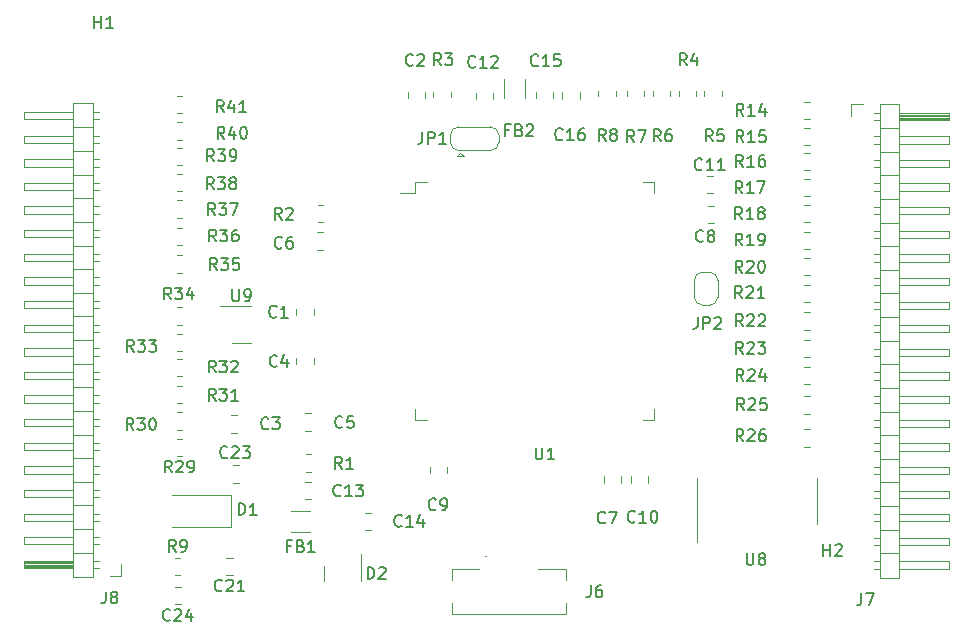
<source format=gbr>
%TF.GenerationSoftware,KiCad,Pcbnew,(6.0.2)*%
%TF.CreationDate,2022-10-19T15:06:20+05:30*%
%TF.ProjectId,flight_controller,666c6967-6874-45f6-936f-6e74726f6c6c,rev?*%
%TF.SameCoordinates,Original*%
%TF.FileFunction,Legend,Top*%
%TF.FilePolarity,Positive*%
%FSLAX46Y46*%
G04 Gerber Fmt 4.6, Leading zero omitted, Abs format (unit mm)*
G04 Created by KiCad (PCBNEW (6.0.2)) date 2022-10-19 15:06:20*
%MOMM*%
%LPD*%
G01*
G04 APERTURE LIST*
%ADD10C,0.150000*%
%ADD11C,0.120000*%
%ADD12C,0.100000*%
G04 APERTURE END LIST*
D10*
%TO.C,R25*%
X106827142Y-130982380D02*
X106493809Y-130506190D01*
X106255714Y-130982380D02*
X106255714Y-129982380D01*
X106636666Y-129982380D01*
X106731904Y-130030000D01*
X106779523Y-130077619D01*
X106827142Y-130172857D01*
X106827142Y-130315714D01*
X106779523Y-130410952D01*
X106731904Y-130458571D01*
X106636666Y-130506190D01*
X106255714Y-130506190D01*
X107208095Y-130077619D02*
X107255714Y-130030000D01*
X107350952Y-129982380D01*
X107589047Y-129982380D01*
X107684285Y-130030000D01*
X107731904Y-130077619D01*
X107779523Y-130172857D01*
X107779523Y-130268095D01*
X107731904Y-130410952D01*
X107160476Y-130982380D01*
X107779523Y-130982380D01*
X108684285Y-129982380D02*
X108208095Y-129982380D01*
X108160476Y-130458571D01*
X108208095Y-130410952D01*
X108303333Y-130363333D01*
X108541428Y-130363333D01*
X108636666Y-130410952D01*
X108684285Y-130458571D01*
X108731904Y-130553809D01*
X108731904Y-130791904D01*
X108684285Y-130887142D01*
X108636666Y-130934761D01*
X108541428Y-130982380D01*
X108303333Y-130982380D01*
X108208095Y-130934761D01*
X108160476Y-130887142D01*
%TO.C,R26*%
X106757142Y-133612380D02*
X106423809Y-133136190D01*
X106185714Y-133612380D02*
X106185714Y-132612380D01*
X106566666Y-132612380D01*
X106661904Y-132660000D01*
X106709523Y-132707619D01*
X106757142Y-132802857D01*
X106757142Y-132945714D01*
X106709523Y-133040952D01*
X106661904Y-133088571D01*
X106566666Y-133136190D01*
X106185714Y-133136190D01*
X107138095Y-132707619D02*
X107185714Y-132660000D01*
X107280952Y-132612380D01*
X107519047Y-132612380D01*
X107614285Y-132660000D01*
X107661904Y-132707619D01*
X107709523Y-132802857D01*
X107709523Y-132898095D01*
X107661904Y-133040952D01*
X107090476Y-133612380D01*
X107709523Y-133612380D01*
X108566666Y-132612380D02*
X108376190Y-132612380D01*
X108280952Y-132660000D01*
X108233333Y-132707619D01*
X108138095Y-132850476D01*
X108090476Y-133040952D01*
X108090476Y-133421904D01*
X108138095Y-133517142D01*
X108185714Y-133564761D01*
X108280952Y-133612380D01*
X108471428Y-133612380D01*
X108566666Y-133564761D01*
X108614285Y-133517142D01*
X108661904Y-133421904D01*
X108661904Y-133183809D01*
X108614285Y-133088571D01*
X108566666Y-133040952D01*
X108471428Y-132993333D01*
X108280952Y-132993333D01*
X108185714Y-133040952D01*
X108138095Y-133088571D01*
X108090476Y-133183809D01*
%TO.C,R34*%
X58307142Y-121602380D02*
X57973809Y-121126190D01*
X57735714Y-121602380D02*
X57735714Y-120602380D01*
X58116666Y-120602380D01*
X58211904Y-120650000D01*
X58259523Y-120697619D01*
X58307142Y-120792857D01*
X58307142Y-120935714D01*
X58259523Y-121030952D01*
X58211904Y-121078571D01*
X58116666Y-121126190D01*
X57735714Y-121126190D01*
X58640476Y-120602380D02*
X59259523Y-120602380D01*
X58926190Y-120983333D01*
X59069047Y-120983333D01*
X59164285Y-121030952D01*
X59211904Y-121078571D01*
X59259523Y-121173809D01*
X59259523Y-121411904D01*
X59211904Y-121507142D01*
X59164285Y-121554761D01*
X59069047Y-121602380D01*
X58783333Y-121602380D01*
X58688095Y-121554761D01*
X58640476Y-121507142D01*
X60116666Y-120935714D02*
X60116666Y-121602380D01*
X59878571Y-120554761D02*
X59640476Y-121269047D01*
X60259523Y-121269047D01*
%TO.C,C3*%
X66533333Y-132507142D02*
X66485714Y-132554761D01*
X66342857Y-132602380D01*
X66247619Y-132602380D01*
X66104761Y-132554761D01*
X66009523Y-132459523D01*
X65961904Y-132364285D01*
X65914285Y-132173809D01*
X65914285Y-132030952D01*
X65961904Y-131840476D01*
X66009523Y-131745238D01*
X66104761Y-131650000D01*
X66247619Y-131602380D01*
X66342857Y-131602380D01*
X66485714Y-131650000D01*
X66533333Y-131697619D01*
X66866666Y-131602380D02*
X67485714Y-131602380D01*
X67152380Y-131983333D01*
X67295238Y-131983333D01*
X67390476Y-132030952D01*
X67438095Y-132078571D01*
X67485714Y-132173809D01*
X67485714Y-132411904D01*
X67438095Y-132507142D01*
X67390476Y-132554761D01*
X67295238Y-132602380D01*
X67009523Y-132602380D01*
X66914285Y-132554761D01*
X66866666Y-132507142D01*
%TO.C,R24*%
X106767142Y-128502380D02*
X106433809Y-128026190D01*
X106195714Y-128502380D02*
X106195714Y-127502380D01*
X106576666Y-127502380D01*
X106671904Y-127550000D01*
X106719523Y-127597619D01*
X106767142Y-127692857D01*
X106767142Y-127835714D01*
X106719523Y-127930952D01*
X106671904Y-127978571D01*
X106576666Y-128026190D01*
X106195714Y-128026190D01*
X107148095Y-127597619D02*
X107195714Y-127550000D01*
X107290952Y-127502380D01*
X107529047Y-127502380D01*
X107624285Y-127550000D01*
X107671904Y-127597619D01*
X107719523Y-127692857D01*
X107719523Y-127788095D01*
X107671904Y-127930952D01*
X107100476Y-128502380D01*
X107719523Y-128502380D01*
X108576666Y-127835714D02*
X108576666Y-128502380D01*
X108338571Y-127454761D02*
X108100476Y-128169047D01*
X108719523Y-128169047D01*
%TO.C,R7*%
X97513333Y-108282380D02*
X97180000Y-107806190D01*
X96941904Y-108282380D02*
X96941904Y-107282380D01*
X97322857Y-107282380D01*
X97418095Y-107330000D01*
X97465714Y-107377619D01*
X97513333Y-107472857D01*
X97513333Y-107615714D01*
X97465714Y-107710952D01*
X97418095Y-107758571D01*
X97322857Y-107806190D01*
X96941904Y-107806190D01*
X97846666Y-107282380D02*
X98513333Y-107282380D01*
X98084761Y-108282380D01*
%TO.C,U1*%
X89178095Y-134162380D02*
X89178095Y-134971904D01*
X89225714Y-135067142D01*
X89273333Y-135114761D01*
X89368571Y-135162380D01*
X89559047Y-135162380D01*
X89654285Y-135114761D01*
X89701904Y-135067142D01*
X89749523Y-134971904D01*
X89749523Y-134162380D01*
X90749523Y-135162380D02*
X90178095Y-135162380D01*
X90463809Y-135162380D02*
X90463809Y-134162380D01*
X90368571Y-134305238D01*
X90273333Y-134400476D01*
X90178095Y-134448095D01*
%TO.C,C4*%
X67263333Y-127217142D02*
X67215714Y-127264761D01*
X67072857Y-127312380D01*
X66977619Y-127312380D01*
X66834761Y-127264761D01*
X66739523Y-127169523D01*
X66691904Y-127074285D01*
X66644285Y-126883809D01*
X66644285Y-126740952D01*
X66691904Y-126550476D01*
X66739523Y-126455238D01*
X66834761Y-126360000D01*
X66977619Y-126312380D01*
X67072857Y-126312380D01*
X67215714Y-126360000D01*
X67263333Y-126407619D01*
X68120476Y-126645714D02*
X68120476Y-127312380D01*
X67882380Y-126264761D02*
X67644285Y-126979047D01*
X68263333Y-126979047D01*
%TO.C,JP2*%
X102876666Y-123112380D02*
X102876666Y-123826666D01*
X102829047Y-123969523D01*
X102733809Y-124064761D01*
X102590952Y-124112380D01*
X102495714Y-124112380D01*
X103352857Y-124112380D02*
X103352857Y-123112380D01*
X103733809Y-123112380D01*
X103829047Y-123160000D01*
X103876666Y-123207619D01*
X103924285Y-123302857D01*
X103924285Y-123445714D01*
X103876666Y-123540952D01*
X103829047Y-123588571D01*
X103733809Y-123636190D01*
X103352857Y-123636190D01*
X104305238Y-123207619D02*
X104352857Y-123160000D01*
X104448095Y-123112380D01*
X104686190Y-123112380D01*
X104781428Y-123160000D01*
X104829047Y-123207619D01*
X104876666Y-123302857D01*
X104876666Y-123398095D01*
X104829047Y-123540952D01*
X104257619Y-124112380D01*
X104876666Y-124112380D01*
%TO.C,R38*%
X61907142Y-112272380D02*
X61573809Y-111796190D01*
X61335714Y-112272380D02*
X61335714Y-111272380D01*
X61716666Y-111272380D01*
X61811904Y-111320000D01*
X61859523Y-111367619D01*
X61907142Y-111462857D01*
X61907142Y-111605714D01*
X61859523Y-111700952D01*
X61811904Y-111748571D01*
X61716666Y-111796190D01*
X61335714Y-111796190D01*
X62240476Y-111272380D02*
X62859523Y-111272380D01*
X62526190Y-111653333D01*
X62669047Y-111653333D01*
X62764285Y-111700952D01*
X62811904Y-111748571D01*
X62859523Y-111843809D01*
X62859523Y-112081904D01*
X62811904Y-112177142D01*
X62764285Y-112224761D01*
X62669047Y-112272380D01*
X62383333Y-112272380D01*
X62288095Y-112224761D01*
X62240476Y-112177142D01*
X63430952Y-111700952D02*
X63335714Y-111653333D01*
X63288095Y-111605714D01*
X63240476Y-111510476D01*
X63240476Y-111462857D01*
X63288095Y-111367619D01*
X63335714Y-111320000D01*
X63430952Y-111272380D01*
X63621428Y-111272380D01*
X63716666Y-111320000D01*
X63764285Y-111367619D01*
X63811904Y-111462857D01*
X63811904Y-111510476D01*
X63764285Y-111605714D01*
X63716666Y-111653333D01*
X63621428Y-111700952D01*
X63430952Y-111700952D01*
X63335714Y-111748571D01*
X63288095Y-111796190D01*
X63240476Y-111891428D01*
X63240476Y-112081904D01*
X63288095Y-112177142D01*
X63335714Y-112224761D01*
X63430952Y-112272380D01*
X63621428Y-112272380D01*
X63716666Y-112224761D01*
X63764285Y-112177142D01*
X63811904Y-112081904D01*
X63811904Y-111891428D01*
X63764285Y-111796190D01*
X63716666Y-111748571D01*
X63621428Y-111700952D01*
%TO.C,R8*%
X95093333Y-108182380D02*
X94760000Y-107706190D01*
X94521904Y-108182380D02*
X94521904Y-107182380D01*
X94902857Y-107182380D01*
X94998095Y-107230000D01*
X95045714Y-107277619D01*
X95093333Y-107372857D01*
X95093333Y-107515714D01*
X95045714Y-107610952D01*
X94998095Y-107658571D01*
X94902857Y-107706190D01*
X94521904Y-107706190D01*
X95664761Y-107610952D02*
X95569523Y-107563333D01*
X95521904Y-107515714D01*
X95474285Y-107420476D01*
X95474285Y-107372857D01*
X95521904Y-107277619D01*
X95569523Y-107230000D01*
X95664761Y-107182380D01*
X95855238Y-107182380D01*
X95950476Y-107230000D01*
X95998095Y-107277619D01*
X96045714Y-107372857D01*
X96045714Y-107420476D01*
X95998095Y-107515714D01*
X95950476Y-107563333D01*
X95855238Y-107610952D01*
X95664761Y-107610952D01*
X95569523Y-107658571D01*
X95521904Y-107706190D01*
X95474285Y-107801428D01*
X95474285Y-107991904D01*
X95521904Y-108087142D01*
X95569523Y-108134761D01*
X95664761Y-108182380D01*
X95855238Y-108182380D01*
X95950476Y-108134761D01*
X95998095Y-108087142D01*
X96045714Y-107991904D01*
X96045714Y-107801428D01*
X95998095Y-107706190D01*
X95950476Y-107658571D01*
X95855238Y-107610952D01*
%TO.C,D2*%
X74941904Y-145282380D02*
X74941904Y-144282380D01*
X75180000Y-144282380D01*
X75322857Y-144330000D01*
X75418095Y-144425238D01*
X75465714Y-144520476D01*
X75513333Y-144710952D01*
X75513333Y-144853809D01*
X75465714Y-145044285D01*
X75418095Y-145139523D01*
X75322857Y-145234761D01*
X75180000Y-145282380D01*
X74941904Y-145282380D01*
X75894285Y-144377619D02*
X75941904Y-144330000D01*
X76037142Y-144282380D01*
X76275238Y-144282380D01*
X76370476Y-144330000D01*
X76418095Y-144377619D01*
X76465714Y-144472857D01*
X76465714Y-144568095D01*
X76418095Y-144710952D01*
X75846666Y-145282380D01*
X76465714Y-145282380D01*
%TO.C,R35*%
X62177142Y-119112380D02*
X61843809Y-118636190D01*
X61605714Y-119112380D02*
X61605714Y-118112380D01*
X61986666Y-118112380D01*
X62081904Y-118160000D01*
X62129523Y-118207619D01*
X62177142Y-118302857D01*
X62177142Y-118445714D01*
X62129523Y-118540952D01*
X62081904Y-118588571D01*
X61986666Y-118636190D01*
X61605714Y-118636190D01*
X62510476Y-118112380D02*
X63129523Y-118112380D01*
X62796190Y-118493333D01*
X62939047Y-118493333D01*
X63034285Y-118540952D01*
X63081904Y-118588571D01*
X63129523Y-118683809D01*
X63129523Y-118921904D01*
X63081904Y-119017142D01*
X63034285Y-119064761D01*
X62939047Y-119112380D01*
X62653333Y-119112380D01*
X62558095Y-119064761D01*
X62510476Y-119017142D01*
X64034285Y-118112380D02*
X63558095Y-118112380D01*
X63510476Y-118588571D01*
X63558095Y-118540952D01*
X63653333Y-118493333D01*
X63891428Y-118493333D01*
X63986666Y-118540952D01*
X64034285Y-118588571D01*
X64081904Y-118683809D01*
X64081904Y-118921904D01*
X64034285Y-119017142D01*
X63986666Y-119064761D01*
X63891428Y-119112380D01*
X63653333Y-119112380D01*
X63558095Y-119064761D01*
X63510476Y-119017142D01*
%TO.C,H1*%
X51816095Y-98614380D02*
X51816095Y-97614380D01*
X51816095Y-98090571D02*
X52387523Y-98090571D01*
X52387523Y-98614380D02*
X52387523Y-97614380D01*
X53387523Y-98614380D02*
X52816095Y-98614380D01*
X53101809Y-98614380D02*
X53101809Y-97614380D01*
X53006571Y-97757238D01*
X52911333Y-97852476D01*
X52816095Y-97900095D01*
%TO.C,J7*%
X116746666Y-146492380D02*
X116746666Y-147206666D01*
X116699047Y-147349523D01*
X116603809Y-147444761D01*
X116460952Y-147492380D01*
X116365714Y-147492380D01*
X117127619Y-146492380D02*
X117794285Y-146492380D01*
X117365714Y-147492380D01*
%TO.C,R5*%
X104163333Y-108222380D02*
X103830000Y-107746190D01*
X103591904Y-108222380D02*
X103591904Y-107222380D01*
X103972857Y-107222380D01*
X104068095Y-107270000D01*
X104115714Y-107317619D01*
X104163333Y-107412857D01*
X104163333Y-107555714D01*
X104115714Y-107650952D01*
X104068095Y-107698571D01*
X103972857Y-107746190D01*
X103591904Y-107746190D01*
X105068095Y-107222380D02*
X104591904Y-107222380D01*
X104544285Y-107698571D01*
X104591904Y-107650952D01*
X104687142Y-107603333D01*
X104925238Y-107603333D01*
X105020476Y-107650952D01*
X105068095Y-107698571D01*
X105115714Y-107793809D01*
X105115714Y-108031904D01*
X105068095Y-108127142D01*
X105020476Y-108174761D01*
X104925238Y-108222380D01*
X104687142Y-108222380D01*
X104591904Y-108174761D01*
X104544285Y-108127142D01*
%TO.C,C9*%
X80723333Y-139367142D02*
X80675714Y-139414761D01*
X80532857Y-139462380D01*
X80437619Y-139462380D01*
X80294761Y-139414761D01*
X80199523Y-139319523D01*
X80151904Y-139224285D01*
X80104285Y-139033809D01*
X80104285Y-138890952D01*
X80151904Y-138700476D01*
X80199523Y-138605238D01*
X80294761Y-138510000D01*
X80437619Y-138462380D01*
X80532857Y-138462380D01*
X80675714Y-138510000D01*
X80723333Y-138557619D01*
X81199523Y-139462380D02*
X81390000Y-139462380D01*
X81485238Y-139414761D01*
X81532857Y-139367142D01*
X81628095Y-139224285D01*
X81675714Y-139033809D01*
X81675714Y-138652857D01*
X81628095Y-138557619D01*
X81580476Y-138510000D01*
X81485238Y-138462380D01*
X81294761Y-138462380D01*
X81199523Y-138510000D01*
X81151904Y-138557619D01*
X81104285Y-138652857D01*
X81104285Y-138890952D01*
X81151904Y-138986190D01*
X81199523Y-139033809D01*
X81294761Y-139081428D01*
X81485238Y-139081428D01*
X81580476Y-139033809D01*
X81628095Y-138986190D01*
X81675714Y-138890952D01*
%TO.C,J6*%
X93816666Y-145822380D02*
X93816666Y-146536666D01*
X93769047Y-146679523D01*
X93673809Y-146774761D01*
X93530952Y-146822380D01*
X93435714Y-146822380D01*
X94721428Y-145822380D02*
X94530952Y-145822380D01*
X94435714Y-145870000D01*
X94388095Y-145917619D01*
X94292857Y-146060476D01*
X94245238Y-146250952D01*
X94245238Y-146631904D01*
X94292857Y-146727142D01*
X94340476Y-146774761D01*
X94435714Y-146822380D01*
X94626190Y-146822380D01*
X94721428Y-146774761D01*
X94769047Y-146727142D01*
X94816666Y-146631904D01*
X94816666Y-146393809D01*
X94769047Y-146298571D01*
X94721428Y-146250952D01*
X94626190Y-146203333D01*
X94435714Y-146203333D01*
X94340476Y-146250952D01*
X94292857Y-146298571D01*
X94245238Y-146393809D01*
%TO.C,C8*%
X103353333Y-116657142D02*
X103305714Y-116704761D01*
X103162857Y-116752380D01*
X103067619Y-116752380D01*
X102924761Y-116704761D01*
X102829523Y-116609523D01*
X102781904Y-116514285D01*
X102734285Y-116323809D01*
X102734285Y-116180952D01*
X102781904Y-115990476D01*
X102829523Y-115895238D01*
X102924761Y-115800000D01*
X103067619Y-115752380D01*
X103162857Y-115752380D01*
X103305714Y-115800000D01*
X103353333Y-115847619D01*
X103924761Y-116180952D02*
X103829523Y-116133333D01*
X103781904Y-116085714D01*
X103734285Y-115990476D01*
X103734285Y-115942857D01*
X103781904Y-115847619D01*
X103829523Y-115800000D01*
X103924761Y-115752380D01*
X104115238Y-115752380D01*
X104210476Y-115800000D01*
X104258095Y-115847619D01*
X104305714Y-115942857D01*
X104305714Y-115990476D01*
X104258095Y-116085714D01*
X104210476Y-116133333D01*
X104115238Y-116180952D01*
X103924761Y-116180952D01*
X103829523Y-116228571D01*
X103781904Y-116276190D01*
X103734285Y-116371428D01*
X103734285Y-116561904D01*
X103781904Y-116657142D01*
X103829523Y-116704761D01*
X103924761Y-116752380D01*
X104115238Y-116752380D01*
X104210476Y-116704761D01*
X104258095Y-116657142D01*
X104305714Y-116561904D01*
X104305714Y-116371428D01*
X104258095Y-116276190D01*
X104210476Y-116228571D01*
X104115238Y-116180952D01*
%TO.C,J8*%
X52756666Y-146342380D02*
X52756666Y-147056666D01*
X52709047Y-147199523D01*
X52613809Y-147294761D01*
X52470952Y-147342380D01*
X52375714Y-147342380D01*
X53375714Y-146770952D02*
X53280476Y-146723333D01*
X53232857Y-146675714D01*
X53185238Y-146580476D01*
X53185238Y-146532857D01*
X53232857Y-146437619D01*
X53280476Y-146390000D01*
X53375714Y-146342380D01*
X53566190Y-146342380D01*
X53661428Y-146390000D01*
X53709047Y-146437619D01*
X53756666Y-146532857D01*
X53756666Y-146580476D01*
X53709047Y-146675714D01*
X53661428Y-146723333D01*
X53566190Y-146770952D01*
X53375714Y-146770952D01*
X53280476Y-146818571D01*
X53232857Y-146866190D01*
X53185238Y-146961428D01*
X53185238Y-147151904D01*
X53232857Y-147247142D01*
X53280476Y-147294761D01*
X53375714Y-147342380D01*
X53566190Y-147342380D01*
X53661428Y-147294761D01*
X53709047Y-147247142D01*
X53756666Y-147151904D01*
X53756666Y-146961428D01*
X53709047Y-146866190D01*
X53661428Y-146818571D01*
X53566190Y-146770952D01*
%TO.C,C21*%
X62607142Y-146237142D02*
X62559523Y-146284761D01*
X62416666Y-146332380D01*
X62321428Y-146332380D01*
X62178571Y-146284761D01*
X62083333Y-146189523D01*
X62035714Y-146094285D01*
X61988095Y-145903809D01*
X61988095Y-145760952D01*
X62035714Y-145570476D01*
X62083333Y-145475238D01*
X62178571Y-145380000D01*
X62321428Y-145332380D01*
X62416666Y-145332380D01*
X62559523Y-145380000D01*
X62607142Y-145427619D01*
X62988095Y-145427619D02*
X63035714Y-145380000D01*
X63130952Y-145332380D01*
X63369047Y-145332380D01*
X63464285Y-145380000D01*
X63511904Y-145427619D01*
X63559523Y-145522857D01*
X63559523Y-145618095D01*
X63511904Y-145760952D01*
X62940476Y-146332380D01*
X63559523Y-146332380D01*
X64511904Y-146332380D02*
X63940476Y-146332380D01*
X64226190Y-146332380D02*
X64226190Y-145332380D01*
X64130952Y-145475238D01*
X64035714Y-145570476D01*
X63940476Y-145618095D01*
%TO.C,R21*%
X106637142Y-121502380D02*
X106303809Y-121026190D01*
X106065714Y-121502380D02*
X106065714Y-120502380D01*
X106446666Y-120502380D01*
X106541904Y-120550000D01*
X106589523Y-120597619D01*
X106637142Y-120692857D01*
X106637142Y-120835714D01*
X106589523Y-120930952D01*
X106541904Y-120978571D01*
X106446666Y-121026190D01*
X106065714Y-121026190D01*
X107018095Y-120597619D02*
X107065714Y-120550000D01*
X107160952Y-120502380D01*
X107399047Y-120502380D01*
X107494285Y-120550000D01*
X107541904Y-120597619D01*
X107589523Y-120692857D01*
X107589523Y-120788095D01*
X107541904Y-120930952D01*
X106970476Y-121502380D01*
X107589523Y-121502380D01*
X108541904Y-121502380D02*
X107970476Y-121502380D01*
X108256190Y-121502380D02*
X108256190Y-120502380D01*
X108160952Y-120645238D01*
X108065714Y-120740476D01*
X107970476Y-120788095D01*
%TO.C,R37*%
X62027142Y-114452380D02*
X61693809Y-113976190D01*
X61455714Y-114452380D02*
X61455714Y-113452380D01*
X61836666Y-113452380D01*
X61931904Y-113500000D01*
X61979523Y-113547619D01*
X62027142Y-113642857D01*
X62027142Y-113785714D01*
X61979523Y-113880952D01*
X61931904Y-113928571D01*
X61836666Y-113976190D01*
X61455714Y-113976190D01*
X62360476Y-113452380D02*
X62979523Y-113452380D01*
X62646190Y-113833333D01*
X62789047Y-113833333D01*
X62884285Y-113880952D01*
X62931904Y-113928571D01*
X62979523Y-114023809D01*
X62979523Y-114261904D01*
X62931904Y-114357142D01*
X62884285Y-114404761D01*
X62789047Y-114452380D01*
X62503333Y-114452380D01*
X62408095Y-114404761D01*
X62360476Y-114357142D01*
X63312857Y-113452380D02*
X63979523Y-113452380D01*
X63550952Y-114452380D01*
%TO.C,R39*%
X61937142Y-109912380D02*
X61603809Y-109436190D01*
X61365714Y-109912380D02*
X61365714Y-108912380D01*
X61746666Y-108912380D01*
X61841904Y-108960000D01*
X61889523Y-109007619D01*
X61937142Y-109102857D01*
X61937142Y-109245714D01*
X61889523Y-109340952D01*
X61841904Y-109388571D01*
X61746666Y-109436190D01*
X61365714Y-109436190D01*
X62270476Y-108912380D02*
X62889523Y-108912380D01*
X62556190Y-109293333D01*
X62699047Y-109293333D01*
X62794285Y-109340952D01*
X62841904Y-109388571D01*
X62889523Y-109483809D01*
X62889523Y-109721904D01*
X62841904Y-109817142D01*
X62794285Y-109864761D01*
X62699047Y-109912380D01*
X62413333Y-109912380D01*
X62318095Y-109864761D01*
X62270476Y-109817142D01*
X63365714Y-109912380D02*
X63556190Y-109912380D01*
X63651428Y-109864761D01*
X63699047Y-109817142D01*
X63794285Y-109674285D01*
X63841904Y-109483809D01*
X63841904Y-109102857D01*
X63794285Y-109007619D01*
X63746666Y-108960000D01*
X63651428Y-108912380D01*
X63460952Y-108912380D01*
X63365714Y-108960000D01*
X63318095Y-109007619D01*
X63270476Y-109102857D01*
X63270476Y-109340952D01*
X63318095Y-109436190D01*
X63365714Y-109483809D01*
X63460952Y-109531428D01*
X63651428Y-109531428D01*
X63746666Y-109483809D01*
X63794285Y-109436190D01*
X63841904Y-109340952D01*
%TO.C,C23*%
X63067142Y-134957142D02*
X63019523Y-135004761D01*
X62876666Y-135052380D01*
X62781428Y-135052380D01*
X62638571Y-135004761D01*
X62543333Y-134909523D01*
X62495714Y-134814285D01*
X62448095Y-134623809D01*
X62448095Y-134480952D01*
X62495714Y-134290476D01*
X62543333Y-134195238D01*
X62638571Y-134100000D01*
X62781428Y-134052380D01*
X62876666Y-134052380D01*
X63019523Y-134100000D01*
X63067142Y-134147619D01*
X63448095Y-134147619D02*
X63495714Y-134100000D01*
X63590952Y-134052380D01*
X63829047Y-134052380D01*
X63924285Y-134100000D01*
X63971904Y-134147619D01*
X64019523Y-134242857D01*
X64019523Y-134338095D01*
X63971904Y-134480952D01*
X63400476Y-135052380D01*
X64019523Y-135052380D01*
X64352857Y-134052380D02*
X64971904Y-134052380D01*
X64638571Y-134433333D01*
X64781428Y-134433333D01*
X64876666Y-134480952D01*
X64924285Y-134528571D01*
X64971904Y-134623809D01*
X64971904Y-134861904D01*
X64924285Y-134957142D01*
X64876666Y-135004761D01*
X64781428Y-135052380D01*
X64495714Y-135052380D01*
X64400476Y-135004761D01*
X64352857Y-134957142D01*
%TO.C,R1*%
X72773333Y-135952380D02*
X72440000Y-135476190D01*
X72201904Y-135952380D02*
X72201904Y-134952380D01*
X72582857Y-134952380D01*
X72678095Y-135000000D01*
X72725714Y-135047619D01*
X72773333Y-135142857D01*
X72773333Y-135285714D01*
X72725714Y-135380952D01*
X72678095Y-135428571D01*
X72582857Y-135476190D01*
X72201904Y-135476190D01*
X73725714Y-135952380D02*
X73154285Y-135952380D01*
X73440000Y-135952380D02*
X73440000Y-134952380D01*
X73344761Y-135095238D01*
X73249523Y-135190476D01*
X73154285Y-135238095D01*
%TO.C,C24*%
X58219642Y-148737142D02*
X58172023Y-148784761D01*
X58029166Y-148832380D01*
X57933928Y-148832380D01*
X57791071Y-148784761D01*
X57695833Y-148689523D01*
X57648214Y-148594285D01*
X57600595Y-148403809D01*
X57600595Y-148260952D01*
X57648214Y-148070476D01*
X57695833Y-147975238D01*
X57791071Y-147880000D01*
X57933928Y-147832380D01*
X58029166Y-147832380D01*
X58172023Y-147880000D01*
X58219642Y-147927619D01*
X58600595Y-147927619D02*
X58648214Y-147880000D01*
X58743452Y-147832380D01*
X58981547Y-147832380D01*
X59076785Y-147880000D01*
X59124404Y-147927619D01*
X59172023Y-148022857D01*
X59172023Y-148118095D01*
X59124404Y-148260952D01*
X58552976Y-148832380D01*
X59172023Y-148832380D01*
X60029166Y-148165714D02*
X60029166Y-148832380D01*
X59791071Y-147784761D02*
X59552976Y-148499047D01*
X60172023Y-148499047D01*
%TO.C,R4*%
X101953333Y-101782380D02*
X101620000Y-101306190D01*
X101381904Y-101782380D02*
X101381904Y-100782380D01*
X101762857Y-100782380D01*
X101858095Y-100830000D01*
X101905714Y-100877619D01*
X101953333Y-100972857D01*
X101953333Y-101115714D01*
X101905714Y-101210952D01*
X101858095Y-101258571D01*
X101762857Y-101306190D01*
X101381904Y-101306190D01*
X102810476Y-101115714D02*
X102810476Y-101782380D01*
X102572380Y-100734761D02*
X102334285Y-101449047D01*
X102953333Y-101449047D01*
%TO.C,R31*%
X62067142Y-130172380D02*
X61733809Y-129696190D01*
X61495714Y-130172380D02*
X61495714Y-129172380D01*
X61876666Y-129172380D01*
X61971904Y-129220000D01*
X62019523Y-129267619D01*
X62067142Y-129362857D01*
X62067142Y-129505714D01*
X62019523Y-129600952D01*
X61971904Y-129648571D01*
X61876666Y-129696190D01*
X61495714Y-129696190D01*
X62400476Y-129172380D02*
X63019523Y-129172380D01*
X62686190Y-129553333D01*
X62829047Y-129553333D01*
X62924285Y-129600952D01*
X62971904Y-129648571D01*
X63019523Y-129743809D01*
X63019523Y-129981904D01*
X62971904Y-130077142D01*
X62924285Y-130124761D01*
X62829047Y-130172380D01*
X62543333Y-130172380D01*
X62448095Y-130124761D01*
X62400476Y-130077142D01*
X63971904Y-130172380D02*
X63400476Y-130172380D01*
X63686190Y-130172380D02*
X63686190Y-129172380D01*
X63590952Y-129315238D01*
X63495714Y-129410476D01*
X63400476Y-129458095D01*
%TO.C,R19*%
X106667142Y-117042380D02*
X106333809Y-116566190D01*
X106095714Y-117042380D02*
X106095714Y-116042380D01*
X106476666Y-116042380D01*
X106571904Y-116090000D01*
X106619523Y-116137619D01*
X106667142Y-116232857D01*
X106667142Y-116375714D01*
X106619523Y-116470952D01*
X106571904Y-116518571D01*
X106476666Y-116566190D01*
X106095714Y-116566190D01*
X107619523Y-117042380D02*
X107048095Y-117042380D01*
X107333809Y-117042380D02*
X107333809Y-116042380D01*
X107238571Y-116185238D01*
X107143333Y-116280476D01*
X107048095Y-116328095D01*
X108095714Y-117042380D02*
X108286190Y-117042380D01*
X108381428Y-116994761D01*
X108429047Y-116947142D01*
X108524285Y-116804285D01*
X108571904Y-116613809D01*
X108571904Y-116232857D01*
X108524285Y-116137619D01*
X108476666Y-116090000D01*
X108381428Y-116042380D01*
X108190952Y-116042380D01*
X108095714Y-116090000D01*
X108048095Y-116137619D01*
X108000476Y-116232857D01*
X108000476Y-116470952D01*
X108048095Y-116566190D01*
X108095714Y-116613809D01*
X108190952Y-116661428D01*
X108381428Y-116661428D01*
X108476666Y-116613809D01*
X108524285Y-116566190D01*
X108571904Y-116470952D01*
%TO.C,R23*%
X106707142Y-126212380D02*
X106373809Y-125736190D01*
X106135714Y-126212380D02*
X106135714Y-125212380D01*
X106516666Y-125212380D01*
X106611904Y-125260000D01*
X106659523Y-125307619D01*
X106707142Y-125402857D01*
X106707142Y-125545714D01*
X106659523Y-125640952D01*
X106611904Y-125688571D01*
X106516666Y-125736190D01*
X106135714Y-125736190D01*
X107088095Y-125307619D02*
X107135714Y-125260000D01*
X107230952Y-125212380D01*
X107469047Y-125212380D01*
X107564285Y-125260000D01*
X107611904Y-125307619D01*
X107659523Y-125402857D01*
X107659523Y-125498095D01*
X107611904Y-125640952D01*
X107040476Y-126212380D01*
X107659523Y-126212380D01*
X107992857Y-125212380D02*
X108611904Y-125212380D01*
X108278571Y-125593333D01*
X108421428Y-125593333D01*
X108516666Y-125640952D01*
X108564285Y-125688571D01*
X108611904Y-125783809D01*
X108611904Y-126021904D01*
X108564285Y-126117142D01*
X108516666Y-126164761D01*
X108421428Y-126212380D01*
X108135714Y-126212380D01*
X108040476Y-126164761D01*
X107992857Y-126117142D01*
%TO.C,JP1*%
X79576666Y-107442380D02*
X79576666Y-108156666D01*
X79529047Y-108299523D01*
X79433809Y-108394761D01*
X79290952Y-108442380D01*
X79195714Y-108442380D01*
X80052857Y-108442380D02*
X80052857Y-107442380D01*
X80433809Y-107442380D01*
X80529047Y-107490000D01*
X80576666Y-107537619D01*
X80624285Y-107632857D01*
X80624285Y-107775714D01*
X80576666Y-107870952D01*
X80529047Y-107918571D01*
X80433809Y-107966190D01*
X80052857Y-107966190D01*
X81576666Y-108442380D02*
X81005238Y-108442380D01*
X81290952Y-108442380D02*
X81290952Y-107442380D01*
X81195714Y-107585238D01*
X81100476Y-107680476D01*
X81005238Y-107728095D01*
%TO.C,R41*%
X62757142Y-105752380D02*
X62423809Y-105276190D01*
X62185714Y-105752380D02*
X62185714Y-104752380D01*
X62566666Y-104752380D01*
X62661904Y-104800000D01*
X62709523Y-104847619D01*
X62757142Y-104942857D01*
X62757142Y-105085714D01*
X62709523Y-105180952D01*
X62661904Y-105228571D01*
X62566666Y-105276190D01*
X62185714Y-105276190D01*
X63614285Y-105085714D02*
X63614285Y-105752380D01*
X63376190Y-104704761D02*
X63138095Y-105419047D01*
X63757142Y-105419047D01*
X64661904Y-105752380D02*
X64090476Y-105752380D01*
X64376190Y-105752380D02*
X64376190Y-104752380D01*
X64280952Y-104895238D01*
X64185714Y-104990476D01*
X64090476Y-105038095D01*
%TO.C,R6*%
X99743333Y-108222380D02*
X99410000Y-107746190D01*
X99171904Y-108222380D02*
X99171904Y-107222380D01*
X99552857Y-107222380D01*
X99648095Y-107270000D01*
X99695714Y-107317619D01*
X99743333Y-107412857D01*
X99743333Y-107555714D01*
X99695714Y-107650952D01*
X99648095Y-107698571D01*
X99552857Y-107746190D01*
X99171904Y-107746190D01*
X100600476Y-107222380D02*
X100410000Y-107222380D01*
X100314761Y-107270000D01*
X100267142Y-107317619D01*
X100171904Y-107460476D01*
X100124285Y-107650952D01*
X100124285Y-108031904D01*
X100171904Y-108127142D01*
X100219523Y-108174761D01*
X100314761Y-108222380D01*
X100505238Y-108222380D01*
X100600476Y-108174761D01*
X100648095Y-108127142D01*
X100695714Y-108031904D01*
X100695714Y-107793809D01*
X100648095Y-107698571D01*
X100600476Y-107650952D01*
X100505238Y-107603333D01*
X100314761Y-107603333D01*
X100219523Y-107650952D01*
X100171904Y-107698571D01*
X100124285Y-107793809D01*
%TO.C,C12*%
X84067142Y-101887142D02*
X84019523Y-101934761D01*
X83876666Y-101982380D01*
X83781428Y-101982380D01*
X83638571Y-101934761D01*
X83543333Y-101839523D01*
X83495714Y-101744285D01*
X83448095Y-101553809D01*
X83448095Y-101410952D01*
X83495714Y-101220476D01*
X83543333Y-101125238D01*
X83638571Y-101030000D01*
X83781428Y-100982380D01*
X83876666Y-100982380D01*
X84019523Y-101030000D01*
X84067142Y-101077619D01*
X85019523Y-101982380D02*
X84448095Y-101982380D01*
X84733809Y-101982380D02*
X84733809Y-100982380D01*
X84638571Y-101125238D01*
X84543333Y-101220476D01*
X84448095Y-101268095D01*
X85400476Y-101077619D02*
X85448095Y-101030000D01*
X85543333Y-100982380D01*
X85781428Y-100982380D01*
X85876666Y-101030000D01*
X85924285Y-101077619D01*
X85971904Y-101172857D01*
X85971904Y-101268095D01*
X85924285Y-101410952D01*
X85352857Y-101982380D01*
X85971904Y-101982380D01*
%TO.C,R16*%
X106707142Y-110372380D02*
X106373809Y-109896190D01*
X106135714Y-110372380D02*
X106135714Y-109372380D01*
X106516666Y-109372380D01*
X106611904Y-109420000D01*
X106659523Y-109467619D01*
X106707142Y-109562857D01*
X106707142Y-109705714D01*
X106659523Y-109800952D01*
X106611904Y-109848571D01*
X106516666Y-109896190D01*
X106135714Y-109896190D01*
X107659523Y-110372380D02*
X107088095Y-110372380D01*
X107373809Y-110372380D02*
X107373809Y-109372380D01*
X107278571Y-109515238D01*
X107183333Y-109610476D01*
X107088095Y-109658095D01*
X108516666Y-109372380D02*
X108326190Y-109372380D01*
X108230952Y-109420000D01*
X108183333Y-109467619D01*
X108088095Y-109610476D01*
X108040476Y-109800952D01*
X108040476Y-110181904D01*
X108088095Y-110277142D01*
X108135714Y-110324761D01*
X108230952Y-110372380D01*
X108421428Y-110372380D01*
X108516666Y-110324761D01*
X108564285Y-110277142D01*
X108611904Y-110181904D01*
X108611904Y-109943809D01*
X108564285Y-109848571D01*
X108516666Y-109800952D01*
X108421428Y-109753333D01*
X108230952Y-109753333D01*
X108135714Y-109800952D01*
X108088095Y-109848571D01*
X108040476Y-109943809D01*
%TO.C,R40*%
X62807142Y-108002380D02*
X62473809Y-107526190D01*
X62235714Y-108002380D02*
X62235714Y-107002380D01*
X62616666Y-107002380D01*
X62711904Y-107050000D01*
X62759523Y-107097619D01*
X62807142Y-107192857D01*
X62807142Y-107335714D01*
X62759523Y-107430952D01*
X62711904Y-107478571D01*
X62616666Y-107526190D01*
X62235714Y-107526190D01*
X63664285Y-107335714D02*
X63664285Y-108002380D01*
X63426190Y-106954761D02*
X63188095Y-107669047D01*
X63807142Y-107669047D01*
X64378571Y-107002380D02*
X64473809Y-107002380D01*
X64569047Y-107050000D01*
X64616666Y-107097619D01*
X64664285Y-107192857D01*
X64711904Y-107383333D01*
X64711904Y-107621428D01*
X64664285Y-107811904D01*
X64616666Y-107907142D01*
X64569047Y-107954761D01*
X64473809Y-108002380D01*
X64378571Y-108002380D01*
X64283333Y-107954761D01*
X64235714Y-107907142D01*
X64188095Y-107811904D01*
X64140476Y-107621428D01*
X64140476Y-107383333D01*
X64188095Y-107192857D01*
X64235714Y-107097619D01*
X64283333Y-107050000D01*
X64378571Y-107002380D01*
%TO.C,U8*%
X107038095Y-143092380D02*
X107038095Y-143901904D01*
X107085714Y-143997142D01*
X107133333Y-144044761D01*
X107228571Y-144092380D01*
X107419047Y-144092380D01*
X107514285Y-144044761D01*
X107561904Y-143997142D01*
X107609523Y-143901904D01*
X107609523Y-143092380D01*
X108228571Y-143520952D02*
X108133333Y-143473333D01*
X108085714Y-143425714D01*
X108038095Y-143330476D01*
X108038095Y-143282857D01*
X108085714Y-143187619D01*
X108133333Y-143140000D01*
X108228571Y-143092380D01*
X108419047Y-143092380D01*
X108514285Y-143140000D01*
X108561904Y-143187619D01*
X108609523Y-143282857D01*
X108609523Y-143330476D01*
X108561904Y-143425714D01*
X108514285Y-143473333D01*
X108419047Y-143520952D01*
X108228571Y-143520952D01*
X108133333Y-143568571D01*
X108085714Y-143616190D01*
X108038095Y-143711428D01*
X108038095Y-143901904D01*
X108085714Y-143997142D01*
X108133333Y-144044761D01*
X108228571Y-144092380D01*
X108419047Y-144092380D01*
X108514285Y-144044761D01*
X108561904Y-143997142D01*
X108609523Y-143901904D01*
X108609523Y-143711428D01*
X108561904Y-143616190D01*
X108514285Y-143568571D01*
X108419047Y-143520952D01*
%TO.C,R2*%
X67663333Y-114852380D02*
X67330000Y-114376190D01*
X67091904Y-114852380D02*
X67091904Y-113852380D01*
X67472857Y-113852380D01*
X67568095Y-113900000D01*
X67615714Y-113947619D01*
X67663333Y-114042857D01*
X67663333Y-114185714D01*
X67615714Y-114280952D01*
X67568095Y-114328571D01*
X67472857Y-114376190D01*
X67091904Y-114376190D01*
X68044285Y-113947619D02*
X68091904Y-113900000D01*
X68187142Y-113852380D01*
X68425238Y-113852380D01*
X68520476Y-113900000D01*
X68568095Y-113947619D01*
X68615714Y-114042857D01*
X68615714Y-114138095D01*
X68568095Y-114280952D01*
X67996666Y-114852380D01*
X68615714Y-114852380D01*
%TO.C,C16*%
X91447142Y-108037142D02*
X91399523Y-108084761D01*
X91256666Y-108132380D01*
X91161428Y-108132380D01*
X91018571Y-108084761D01*
X90923333Y-107989523D01*
X90875714Y-107894285D01*
X90828095Y-107703809D01*
X90828095Y-107560952D01*
X90875714Y-107370476D01*
X90923333Y-107275238D01*
X91018571Y-107180000D01*
X91161428Y-107132380D01*
X91256666Y-107132380D01*
X91399523Y-107180000D01*
X91447142Y-107227619D01*
X92399523Y-108132380D02*
X91828095Y-108132380D01*
X92113809Y-108132380D02*
X92113809Y-107132380D01*
X92018571Y-107275238D01*
X91923333Y-107370476D01*
X91828095Y-107418095D01*
X93256666Y-107132380D02*
X93066190Y-107132380D01*
X92970952Y-107180000D01*
X92923333Y-107227619D01*
X92828095Y-107370476D01*
X92780476Y-107560952D01*
X92780476Y-107941904D01*
X92828095Y-108037142D01*
X92875714Y-108084761D01*
X92970952Y-108132380D01*
X93161428Y-108132380D01*
X93256666Y-108084761D01*
X93304285Y-108037142D01*
X93351904Y-107941904D01*
X93351904Y-107703809D01*
X93304285Y-107608571D01*
X93256666Y-107560952D01*
X93161428Y-107513333D01*
X92970952Y-107513333D01*
X92875714Y-107560952D01*
X92828095Y-107608571D01*
X92780476Y-107703809D01*
%TO.C,FB1*%
X68426666Y-142488571D02*
X68093333Y-142488571D01*
X68093333Y-143012380D02*
X68093333Y-142012380D01*
X68569523Y-142012380D01*
X69283809Y-142488571D02*
X69426666Y-142536190D01*
X69474285Y-142583809D01*
X69521904Y-142679047D01*
X69521904Y-142821904D01*
X69474285Y-142917142D01*
X69426666Y-142964761D01*
X69331428Y-143012380D01*
X68950476Y-143012380D01*
X68950476Y-142012380D01*
X69283809Y-142012380D01*
X69379047Y-142060000D01*
X69426666Y-142107619D01*
X69474285Y-142202857D01*
X69474285Y-142298095D01*
X69426666Y-142393333D01*
X69379047Y-142440952D01*
X69283809Y-142488571D01*
X68950476Y-142488571D01*
X70474285Y-143012380D02*
X69902857Y-143012380D01*
X70188571Y-143012380D02*
X70188571Y-142012380D01*
X70093333Y-142155238D01*
X69998095Y-142250476D01*
X69902857Y-142298095D01*
%TO.C,R29*%
X58357142Y-136252380D02*
X58023809Y-135776190D01*
X57785714Y-136252380D02*
X57785714Y-135252380D01*
X58166666Y-135252380D01*
X58261904Y-135300000D01*
X58309523Y-135347619D01*
X58357142Y-135442857D01*
X58357142Y-135585714D01*
X58309523Y-135680952D01*
X58261904Y-135728571D01*
X58166666Y-135776190D01*
X57785714Y-135776190D01*
X58738095Y-135347619D02*
X58785714Y-135300000D01*
X58880952Y-135252380D01*
X59119047Y-135252380D01*
X59214285Y-135300000D01*
X59261904Y-135347619D01*
X59309523Y-135442857D01*
X59309523Y-135538095D01*
X59261904Y-135680952D01*
X58690476Y-136252380D01*
X59309523Y-136252380D01*
X59785714Y-136252380D02*
X59976190Y-136252380D01*
X60071428Y-136204761D01*
X60119047Y-136157142D01*
X60214285Y-136014285D01*
X60261904Y-135823809D01*
X60261904Y-135442857D01*
X60214285Y-135347619D01*
X60166666Y-135300000D01*
X60071428Y-135252380D01*
X59880952Y-135252380D01*
X59785714Y-135300000D01*
X59738095Y-135347619D01*
X59690476Y-135442857D01*
X59690476Y-135680952D01*
X59738095Y-135776190D01*
X59785714Y-135823809D01*
X59880952Y-135871428D01*
X60071428Y-135871428D01*
X60166666Y-135823809D01*
X60214285Y-135776190D01*
X60261904Y-135680952D01*
%TO.C,R15*%
X106767142Y-108292380D02*
X106433809Y-107816190D01*
X106195714Y-108292380D02*
X106195714Y-107292380D01*
X106576666Y-107292380D01*
X106671904Y-107340000D01*
X106719523Y-107387619D01*
X106767142Y-107482857D01*
X106767142Y-107625714D01*
X106719523Y-107720952D01*
X106671904Y-107768571D01*
X106576666Y-107816190D01*
X106195714Y-107816190D01*
X107719523Y-108292380D02*
X107148095Y-108292380D01*
X107433809Y-108292380D02*
X107433809Y-107292380D01*
X107338571Y-107435238D01*
X107243333Y-107530476D01*
X107148095Y-107578095D01*
X108624285Y-107292380D02*
X108148095Y-107292380D01*
X108100476Y-107768571D01*
X108148095Y-107720952D01*
X108243333Y-107673333D01*
X108481428Y-107673333D01*
X108576666Y-107720952D01*
X108624285Y-107768571D01*
X108671904Y-107863809D01*
X108671904Y-108101904D01*
X108624285Y-108197142D01*
X108576666Y-108244761D01*
X108481428Y-108292380D01*
X108243333Y-108292380D01*
X108148095Y-108244761D01*
X108100476Y-108197142D01*
%TO.C,C11*%
X103257142Y-110577142D02*
X103209523Y-110624761D01*
X103066666Y-110672380D01*
X102971428Y-110672380D01*
X102828571Y-110624761D01*
X102733333Y-110529523D01*
X102685714Y-110434285D01*
X102638095Y-110243809D01*
X102638095Y-110100952D01*
X102685714Y-109910476D01*
X102733333Y-109815238D01*
X102828571Y-109720000D01*
X102971428Y-109672380D01*
X103066666Y-109672380D01*
X103209523Y-109720000D01*
X103257142Y-109767619D01*
X104209523Y-110672380D02*
X103638095Y-110672380D01*
X103923809Y-110672380D02*
X103923809Y-109672380D01*
X103828571Y-109815238D01*
X103733333Y-109910476D01*
X103638095Y-109958095D01*
X105161904Y-110672380D02*
X104590476Y-110672380D01*
X104876190Y-110672380D02*
X104876190Y-109672380D01*
X104780952Y-109815238D01*
X104685714Y-109910476D01*
X104590476Y-109958095D01*
%TO.C,C6*%
X67683333Y-117207142D02*
X67635714Y-117254761D01*
X67492857Y-117302380D01*
X67397619Y-117302380D01*
X67254761Y-117254761D01*
X67159523Y-117159523D01*
X67111904Y-117064285D01*
X67064285Y-116873809D01*
X67064285Y-116730952D01*
X67111904Y-116540476D01*
X67159523Y-116445238D01*
X67254761Y-116350000D01*
X67397619Y-116302380D01*
X67492857Y-116302380D01*
X67635714Y-116350000D01*
X67683333Y-116397619D01*
X68540476Y-116302380D02*
X68350000Y-116302380D01*
X68254761Y-116350000D01*
X68207142Y-116397619D01*
X68111904Y-116540476D01*
X68064285Y-116730952D01*
X68064285Y-117111904D01*
X68111904Y-117207142D01*
X68159523Y-117254761D01*
X68254761Y-117302380D01*
X68445238Y-117302380D01*
X68540476Y-117254761D01*
X68588095Y-117207142D01*
X68635714Y-117111904D01*
X68635714Y-116873809D01*
X68588095Y-116778571D01*
X68540476Y-116730952D01*
X68445238Y-116683333D01*
X68254761Y-116683333D01*
X68159523Y-116730952D01*
X68111904Y-116778571D01*
X68064285Y-116873809D01*
%TO.C,C1*%
X67233333Y-123047142D02*
X67185714Y-123094761D01*
X67042857Y-123142380D01*
X66947619Y-123142380D01*
X66804761Y-123094761D01*
X66709523Y-122999523D01*
X66661904Y-122904285D01*
X66614285Y-122713809D01*
X66614285Y-122570952D01*
X66661904Y-122380476D01*
X66709523Y-122285238D01*
X66804761Y-122190000D01*
X66947619Y-122142380D01*
X67042857Y-122142380D01*
X67185714Y-122190000D01*
X67233333Y-122237619D01*
X68185714Y-123142380D02*
X67614285Y-123142380D01*
X67900000Y-123142380D02*
X67900000Y-122142380D01*
X67804761Y-122285238D01*
X67709523Y-122380476D01*
X67614285Y-122428095D01*
%TO.C,C5*%
X72813333Y-132397142D02*
X72765714Y-132444761D01*
X72622857Y-132492380D01*
X72527619Y-132492380D01*
X72384761Y-132444761D01*
X72289523Y-132349523D01*
X72241904Y-132254285D01*
X72194285Y-132063809D01*
X72194285Y-131920952D01*
X72241904Y-131730476D01*
X72289523Y-131635238D01*
X72384761Y-131540000D01*
X72527619Y-131492380D01*
X72622857Y-131492380D01*
X72765714Y-131540000D01*
X72813333Y-131587619D01*
X73718095Y-131492380D02*
X73241904Y-131492380D01*
X73194285Y-131968571D01*
X73241904Y-131920952D01*
X73337142Y-131873333D01*
X73575238Y-131873333D01*
X73670476Y-131920952D01*
X73718095Y-131968571D01*
X73765714Y-132063809D01*
X73765714Y-132301904D01*
X73718095Y-132397142D01*
X73670476Y-132444761D01*
X73575238Y-132492380D01*
X73337142Y-132492380D01*
X73241904Y-132444761D01*
X73194285Y-132397142D01*
%TO.C,R9*%
X58683333Y-142972380D02*
X58350000Y-142496190D01*
X58111904Y-142972380D02*
X58111904Y-141972380D01*
X58492857Y-141972380D01*
X58588095Y-142020000D01*
X58635714Y-142067619D01*
X58683333Y-142162857D01*
X58683333Y-142305714D01*
X58635714Y-142400952D01*
X58588095Y-142448571D01*
X58492857Y-142496190D01*
X58111904Y-142496190D01*
X59159523Y-142972380D02*
X59350000Y-142972380D01*
X59445238Y-142924761D01*
X59492857Y-142877142D01*
X59588095Y-142734285D01*
X59635714Y-142543809D01*
X59635714Y-142162857D01*
X59588095Y-142067619D01*
X59540476Y-142020000D01*
X59445238Y-141972380D01*
X59254761Y-141972380D01*
X59159523Y-142020000D01*
X59111904Y-142067619D01*
X59064285Y-142162857D01*
X59064285Y-142400952D01*
X59111904Y-142496190D01*
X59159523Y-142543809D01*
X59254761Y-142591428D01*
X59445238Y-142591428D01*
X59540476Y-142543809D01*
X59588095Y-142496190D01*
X59635714Y-142400952D01*
%TO.C,R17*%
X106667142Y-112622380D02*
X106333809Y-112146190D01*
X106095714Y-112622380D02*
X106095714Y-111622380D01*
X106476666Y-111622380D01*
X106571904Y-111670000D01*
X106619523Y-111717619D01*
X106667142Y-111812857D01*
X106667142Y-111955714D01*
X106619523Y-112050952D01*
X106571904Y-112098571D01*
X106476666Y-112146190D01*
X106095714Y-112146190D01*
X107619523Y-112622380D02*
X107048095Y-112622380D01*
X107333809Y-112622380D02*
X107333809Y-111622380D01*
X107238571Y-111765238D01*
X107143333Y-111860476D01*
X107048095Y-111908095D01*
X107952857Y-111622380D02*
X108619523Y-111622380D01*
X108190952Y-112622380D01*
%TO.C,R36*%
X62117142Y-116692380D02*
X61783809Y-116216190D01*
X61545714Y-116692380D02*
X61545714Y-115692380D01*
X61926666Y-115692380D01*
X62021904Y-115740000D01*
X62069523Y-115787619D01*
X62117142Y-115882857D01*
X62117142Y-116025714D01*
X62069523Y-116120952D01*
X62021904Y-116168571D01*
X61926666Y-116216190D01*
X61545714Y-116216190D01*
X62450476Y-115692380D02*
X63069523Y-115692380D01*
X62736190Y-116073333D01*
X62879047Y-116073333D01*
X62974285Y-116120952D01*
X63021904Y-116168571D01*
X63069523Y-116263809D01*
X63069523Y-116501904D01*
X63021904Y-116597142D01*
X62974285Y-116644761D01*
X62879047Y-116692380D01*
X62593333Y-116692380D01*
X62498095Y-116644761D01*
X62450476Y-116597142D01*
X63926666Y-115692380D02*
X63736190Y-115692380D01*
X63640952Y-115740000D01*
X63593333Y-115787619D01*
X63498095Y-115930476D01*
X63450476Y-116120952D01*
X63450476Y-116501904D01*
X63498095Y-116597142D01*
X63545714Y-116644761D01*
X63640952Y-116692380D01*
X63831428Y-116692380D01*
X63926666Y-116644761D01*
X63974285Y-116597142D01*
X64021904Y-116501904D01*
X64021904Y-116263809D01*
X63974285Y-116168571D01*
X63926666Y-116120952D01*
X63831428Y-116073333D01*
X63640952Y-116073333D01*
X63545714Y-116120952D01*
X63498095Y-116168571D01*
X63450476Y-116263809D01*
%TO.C,U9*%
X63488095Y-120752380D02*
X63488095Y-121561904D01*
X63535714Y-121657142D01*
X63583333Y-121704761D01*
X63678571Y-121752380D01*
X63869047Y-121752380D01*
X63964285Y-121704761D01*
X64011904Y-121657142D01*
X64059523Y-121561904D01*
X64059523Y-120752380D01*
X64583333Y-121752380D02*
X64773809Y-121752380D01*
X64869047Y-121704761D01*
X64916666Y-121657142D01*
X65011904Y-121514285D01*
X65059523Y-121323809D01*
X65059523Y-120942857D01*
X65011904Y-120847619D01*
X64964285Y-120800000D01*
X64869047Y-120752380D01*
X64678571Y-120752380D01*
X64583333Y-120800000D01*
X64535714Y-120847619D01*
X64488095Y-120942857D01*
X64488095Y-121180952D01*
X64535714Y-121276190D01*
X64583333Y-121323809D01*
X64678571Y-121371428D01*
X64869047Y-121371428D01*
X64964285Y-121323809D01*
X65011904Y-121276190D01*
X65059523Y-121180952D01*
%TO.C,H2*%
X113538095Y-143318380D02*
X113538095Y-142318380D01*
X113538095Y-142794571D02*
X114109523Y-142794571D01*
X114109523Y-143318380D02*
X114109523Y-142318380D01*
X114538095Y-142413619D02*
X114585714Y-142366000D01*
X114680952Y-142318380D01*
X114919047Y-142318380D01*
X115014285Y-142366000D01*
X115061904Y-142413619D01*
X115109523Y-142508857D01*
X115109523Y-142604095D01*
X115061904Y-142746952D01*
X114490476Y-143318380D01*
X115109523Y-143318380D01*
%TO.C,R14*%
X106767142Y-106042380D02*
X106433809Y-105566190D01*
X106195714Y-106042380D02*
X106195714Y-105042380D01*
X106576666Y-105042380D01*
X106671904Y-105090000D01*
X106719523Y-105137619D01*
X106767142Y-105232857D01*
X106767142Y-105375714D01*
X106719523Y-105470952D01*
X106671904Y-105518571D01*
X106576666Y-105566190D01*
X106195714Y-105566190D01*
X107719523Y-106042380D02*
X107148095Y-106042380D01*
X107433809Y-106042380D02*
X107433809Y-105042380D01*
X107338571Y-105185238D01*
X107243333Y-105280476D01*
X107148095Y-105328095D01*
X108576666Y-105375714D02*
X108576666Y-106042380D01*
X108338571Y-104994761D02*
X108100476Y-105709047D01*
X108719523Y-105709047D01*
%TO.C,R18*%
X106647142Y-114812380D02*
X106313809Y-114336190D01*
X106075714Y-114812380D02*
X106075714Y-113812380D01*
X106456666Y-113812380D01*
X106551904Y-113860000D01*
X106599523Y-113907619D01*
X106647142Y-114002857D01*
X106647142Y-114145714D01*
X106599523Y-114240952D01*
X106551904Y-114288571D01*
X106456666Y-114336190D01*
X106075714Y-114336190D01*
X107599523Y-114812380D02*
X107028095Y-114812380D01*
X107313809Y-114812380D02*
X107313809Y-113812380D01*
X107218571Y-113955238D01*
X107123333Y-114050476D01*
X107028095Y-114098095D01*
X108170952Y-114240952D02*
X108075714Y-114193333D01*
X108028095Y-114145714D01*
X107980476Y-114050476D01*
X107980476Y-114002857D01*
X108028095Y-113907619D01*
X108075714Y-113860000D01*
X108170952Y-113812380D01*
X108361428Y-113812380D01*
X108456666Y-113860000D01*
X108504285Y-113907619D01*
X108551904Y-114002857D01*
X108551904Y-114050476D01*
X108504285Y-114145714D01*
X108456666Y-114193333D01*
X108361428Y-114240952D01*
X108170952Y-114240952D01*
X108075714Y-114288571D01*
X108028095Y-114336190D01*
X107980476Y-114431428D01*
X107980476Y-114621904D01*
X108028095Y-114717142D01*
X108075714Y-114764761D01*
X108170952Y-114812380D01*
X108361428Y-114812380D01*
X108456666Y-114764761D01*
X108504285Y-114717142D01*
X108551904Y-114621904D01*
X108551904Y-114431428D01*
X108504285Y-114336190D01*
X108456666Y-114288571D01*
X108361428Y-114240952D01*
%TO.C,D1*%
X64021904Y-139862380D02*
X64021904Y-138862380D01*
X64260000Y-138862380D01*
X64402857Y-138910000D01*
X64498095Y-139005238D01*
X64545714Y-139100476D01*
X64593333Y-139290952D01*
X64593333Y-139433809D01*
X64545714Y-139624285D01*
X64498095Y-139719523D01*
X64402857Y-139814761D01*
X64260000Y-139862380D01*
X64021904Y-139862380D01*
X65545714Y-139862380D02*
X64974285Y-139862380D01*
X65260000Y-139862380D02*
X65260000Y-138862380D01*
X65164761Y-139005238D01*
X65069523Y-139100476D01*
X64974285Y-139148095D01*
%TO.C,R33*%
X55137142Y-126032380D02*
X54803809Y-125556190D01*
X54565714Y-126032380D02*
X54565714Y-125032380D01*
X54946666Y-125032380D01*
X55041904Y-125080000D01*
X55089523Y-125127619D01*
X55137142Y-125222857D01*
X55137142Y-125365714D01*
X55089523Y-125460952D01*
X55041904Y-125508571D01*
X54946666Y-125556190D01*
X54565714Y-125556190D01*
X55470476Y-125032380D02*
X56089523Y-125032380D01*
X55756190Y-125413333D01*
X55899047Y-125413333D01*
X55994285Y-125460952D01*
X56041904Y-125508571D01*
X56089523Y-125603809D01*
X56089523Y-125841904D01*
X56041904Y-125937142D01*
X55994285Y-125984761D01*
X55899047Y-126032380D01*
X55613333Y-126032380D01*
X55518095Y-125984761D01*
X55470476Y-125937142D01*
X56422857Y-125032380D02*
X57041904Y-125032380D01*
X56708571Y-125413333D01*
X56851428Y-125413333D01*
X56946666Y-125460952D01*
X56994285Y-125508571D01*
X57041904Y-125603809D01*
X57041904Y-125841904D01*
X56994285Y-125937142D01*
X56946666Y-125984761D01*
X56851428Y-126032380D01*
X56565714Y-126032380D01*
X56470476Y-125984761D01*
X56422857Y-125937142D01*
%TO.C,R22*%
X106707142Y-123882380D02*
X106373809Y-123406190D01*
X106135714Y-123882380D02*
X106135714Y-122882380D01*
X106516666Y-122882380D01*
X106611904Y-122930000D01*
X106659523Y-122977619D01*
X106707142Y-123072857D01*
X106707142Y-123215714D01*
X106659523Y-123310952D01*
X106611904Y-123358571D01*
X106516666Y-123406190D01*
X106135714Y-123406190D01*
X107088095Y-122977619D02*
X107135714Y-122930000D01*
X107230952Y-122882380D01*
X107469047Y-122882380D01*
X107564285Y-122930000D01*
X107611904Y-122977619D01*
X107659523Y-123072857D01*
X107659523Y-123168095D01*
X107611904Y-123310952D01*
X107040476Y-123882380D01*
X107659523Y-123882380D01*
X108040476Y-122977619D02*
X108088095Y-122930000D01*
X108183333Y-122882380D01*
X108421428Y-122882380D01*
X108516666Y-122930000D01*
X108564285Y-122977619D01*
X108611904Y-123072857D01*
X108611904Y-123168095D01*
X108564285Y-123310952D01*
X107992857Y-123882380D01*
X108611904Y-123882380D01*
%TO.C,C7*%
X95053333Y-140487142D02*
X95005714Y-140534761D01*
X94862857Y-140582380D01*
X94767619Y-140582380D01*
X94624761Y-140534761D01*
X94529523Y-140439523D01*
X94481904Y-140344285D01*
X94434285Y-140153809D01*
X94434285Y-140010952D01*
X94481904Y-139820476D01*
X94529523Y-139725238D01*
X94624761Y-139630000D01*
X94767619Y-139582380D01*
X94862857Y-139582380D01*
X95005714Y-139630000D01*
X95053333Y-139677619D01*
X95386666Y-139582380D02*
X96053333Y-139582380D01*
X95624761Y-140582380D01*
%TO.C,R20*%
X106667142Y-119332380D02*
X106333809Y-118856190D01*
X106095714Y-119332380D02*
X106095714Y-118332380D01*
X106476666Y-118332380D01*
X106571904Y-118380000D01*
X106619523Y-118427619D01*
X106667142Y-118522857D01*
X106667142Y-118665714D01*
X106619523Y-118760952D01*
X106571904Y-118808571D01*
X106476666Y-118856190D01*
X106095714Y-118856190D01*
X107048095Y-118427619D02*
X107095714Y-118380000D01*
X107190952Y-118332380D01*
X107429047Y-118332380D01*
X107524285Y-118380000D01*
X107571904Y-118427619D01*
X107619523Y-118522857D01*
X107619523Y-118618095D01*
X107571904Y-118760952D01*
X107000476Y-119332380D01*
X107619523Y-119332380D01*
X108238571Y-118332380D02*
X108333809Y-118332380D01*
X108429047Y-118380000D01*
X108476666Y-118427619D01*
X108524285Y-118522857D01*
X108571904Y-118713333D01*
X108571904Y-118951428D01*
X108524285Y-119141904D01*
X108476666Y-119237142D01*
X108429047Y-119284761D01*
X108333809Y-119332380D01*
X108238571Y-119332380D01*
X108143333Y-119284761D01*
X108095714Y-119237142D01*
X108048095Y-119141904D01*
X108000476Y-118951428D01*
X108000476Y-118713333D01*
X108048095Y-118522857D01*
X108095714Y-118427619D01*
X108143333Y-118380000D01*
X108238571Y-118332380D01*
%TO.C,C15*%
X89377142Y-101777142D02*
X89329523Y-101824761D01*
X89186666Y-101872380D01*
X89091428Y-101872380D01*
X88948571Y-101824761D01*
X88853333Y-101729523D01*
X88805714Y-101634285D01*
X88758095Y-101443809D01*
X88758095Y-101300952D01*
X88805714Y-101110476D01*
X88853333Y-101015238D01*
X88948571Y-100920000D01*
X89091428Y-100872380D01*
X89186666Y-100872380D01*
X89329523Y-100920000D01*
X89377142Y-100967619D01*
X90329523Y-101872380D02*
X89758095Y-101872380D01*
X90043809Y-101872380D02*
X90043809Y-100872380D01*
X89948571Y-101015238D01*
X89853333Y-101110476D01*
X89758095Y-101158095D01*
X91234285Y-100872380D02*
X90758095Y-100872380D01*
X90710476Y-101348571D01*
X90758095Y-101300952D01*
X90853333Y-101253333D01*
X91091428Y-101253333D01*
X91186666Y-101300952D01*
X91234285Y-101348571D01*
X91281904Y-101443809D01*
X91281904Y-101681904D01*
X91234285Y-101777142D01*
X91186666Y-101824761D01*
X91091428Y-101872380D01*
X90853333Y-101872380D01*
X90758095Y-101824761D01*
X90710476Y-101777142D01*
%TO.C,R3*%
X81163333Y-101782380D02*
X80830000Y-101306190D01*
X80591904Y-101782380D02*
X80591904Y-100782380D01*
X80972857Y-100782380D01*
X81068095Y-100830000D01*
X81115714Y-100877619D01*
X81163333Y-100972857D01*
X81163333Y-101115714D01*
X81115714Y-101210952D01*
X81068095Y-101258571D01*
X80972857Y-101306190D01*
X80591904Y-101306190D01*
X81496666Y-100782380D02*
X82115714Y-100782380D01*
X81782380Y-101163333D01*
X81925238Y-101163333D01*
X82020476Y-101210952D01*
X82068095Y-101258571D01*
X82115714Y-101353809D01*
X82115714Y-101591904D01*
X82068095Y-101687142D01*
X82020476Y-101734761D01*
X81925238Y-101782380D01*
X81639523Y-101782380D01*
X81544285Y-101734761D01*
X81496666Y-101687142D01*
%TO.C,C10*%
X97577142Y-140407142D02*
X97529523Y-140454761D01*
X97386666Y-140502380D01*
X97291428Y-140502380D01*
X97148571Y-140454761D01*
X97053333Y-140359523D01*
X97005714Y-140264285D01*
X96958095Y-140073809D01*
X96958095Y-139930952D01*
X97005714Y-139740476D01*
X97053333Y-139645238D01*
X97148571Y-139550000D01*
X97291428Y-139502380D01*
X97386666Y-139502380D01*
X97529523Y-139550000D01*
X97577142Y-139597619D01*
X98529523Y-140502380D02*
X97958095Y-140502380D01*
X98243809Y-140502380D02*
X98243809Y-139502380D01*
X98148571Y-139645238D01*
X98053333Y-139740476D01*
X97958095Y-139788095D01*
X99148571Y-139502380D02*
X99243809Y-139502380D01*
X99339047Y-139550000D01*
X99386666Y-139597619D01*
X99434285Y-139692857D01*
X99481904Y-139883333D01*
X99481904Y-140121428D01*
X99434285Y-140311904D01*
X99386666Y-140407142D01*
X99339047Y-140454761D01*
X99243809Y-140502380D01*
X99148571Y-140502380D01*
X99053333Y-140454761D01*
X99005714Y-140407142D01*
X98958095Y-140311904D01*
X98910476Y-140121428D01*
X98910476Y-139883333D01*
X98958095Y-139692857D01*
X99005714Y-139597619D01*
X99053333Y-139550000D01*
X99148571Y-139502380D01*
%TO.C,C2*%
X78773333Y-101747142D02*
X78725714Y-101794761D01*
X78582857Y-101842380D01*
X78487619Y-101842380D01*
X78344761Y-101794761D01*
X78249523Y-101699523D01*
X78201904Y-101604285D01*
X78154285Y-101413809D01*
X78154285Y-101270952D01*
X78201904Y-101080476D01*
X78249523Y-100985238D01*
X78344761Y-100890000D01*
X78487619Y-100842380D01*
X78582857Y-100842380D01*
X78725714Y-100890000D01*
X78773333Y-100937619D01*
X79154285Y-100937619D02*
X79201904Y-100890000D01*
X79297142Y-100842380D01*
X79535238Y-100842380D01*
X79630476Y-100890000D01*
X79678095Y-100937619D01*
X79725714Y-101032857D01*
X79725714Y-101128095D01*
X79678095Y-101270952D01*
X79106666Y-101842380D01*
X79725714Y-101842380D01*
%TO.C,R30*%
X55117142Y-132662380D02*
X54783809Y-132186190D01*
X54545714Y-132662380D02*
X54545714Y-131662380D01*
X54926666Y-131662380D01*
X55021904Y-131710000D01*
X55069523Y-131757619D01*
X55117142Y-131852857D01*
X55117142Y-131995714D01*
X55069523Y-132090952D01*
X55021904Y-132138571D01*
X54926666Y-132186190D01*
X54545714Y-132186190D01*
X55450476Y-131662380D02*
X56069523Y-131662380D01*
X55736190Y-132043333D01*
X55879047Y-132043333D01*
X55974285Y-132090952D01*
X56021904Y-132138571D01*
X56069523Y-132233809D01*
X56069523Y-132471904D01*
X56021904Y-132567142D01*
X55974285Y-132614761D01*
X55879047Y-132662380D01*
X55593333Y-132662380D01*
X55498095Y-132614761D01*
X55450476Y-132567142D01*
X56688571Y-131662380D02*
X56783809Y-131662380D01*
X56879047Y-131710000D01*
X56926666Y-131757619D01*
X56974285Y-131852857D01*
X57021904Y-132043333D01*
X57021904Y-132281428D01*
X56974285Y-132471904D01*
X56926666Y-132567142D01*
X56879047Y-132614761D01*
X56783809Y-132662380D01*
X56688571Y-132662380D01*
X56593333Y-132614761D01*
X56545714Y-132567142D01*
X56498095Y-132471904D01*
X56450476Y-132281428D01*
X56450476Y-132043333D01*
X56498095Y-131852857D01*
X56545714Y-131757619D01*
X56593333Y-131710000D01*
X56688571Y-131662380D01*
%TO.C,R32*%
X62067142Y-127792380D02*
X61733809Y-127316190D01*
X61495714Y-127792380D02*
X61495714Y-126792380D01*
X61876666Y-126792380D01*
X61971904Y-126840000D01*
X62019523Y-126887619D01*
X62067142Y-126982857D01*
X62067142Y-127125714D01*
X62019523Y-127220952D01*
X61971904Y-127268571D01*
X61876666Y-127316190D01*
X61495714Y-127316190D01*
X62400476Y-126792380D02*
X63019523Y-126792380D01*
X62686190Y-127173333D01*
X62829047Y-127173333D01*
X62924285Y-127220952D01*
X62971904Y-127268571D01*
X63019523Y-127363809D01*
X63019523Y-127601904D01*
X62971904Y-127697142D01*
X62924285Y-127744761D01*
X62829047Y-127792380D01*
X62543333Y-127792380D01*
X62448095Y-127744761D01*
X62400476Y-127697142D01*
X63400476Y-126887619D02*
X63448095Y-126840000D01*
X63543333Y-126792380D01*
X63781428Y-126792380D01*
X63876666Y-126840000D01*
X63924285Y-126887619D01*
X63971904Y-126982857D01*
X63971904Y-127078095D01*
X63924285Y-127220952D01*
X63352857Y-127792380D01*
X63971904Y-127792380D01*
%TO.C,C13*%
X72667142Y-138187142D02*
X72619523Y-138234761D01*
X72476666Y-138282380D01*
X72381428Y-138282380D01*
X72238571Y-138234761D01*
X72143333Y-138139523D01*
X72095714Y-138044285D01*
X72048095Y-137853809D01*
X72048095Y-137710952D01*
X72095714Y-137520476D01*
X72143333Y-137425238D01*
X72238571Y-137330000D01*
X72381428Y-137282380D01*
X72476666Y-137282380D01*
X72619523Y-137330000D01*
X72667142Y-137377619D01*
X73619523Y-138282380D02*
X73048095Y-138282380D01*
X73333809Y-138282380D02*
X73333809Y-137282380D01*
X73238571Y-137425238D01*
X73143333Y-137520476D01*
X73048095Y-137568095D01*
X73952857Y-137282380D02*
X74571904Y-137282380D01*
X74238571Y-137663333D01*
X74381428Y-137663333D01*
X74476666Y-137710952D01*
X74524285Y-137758571D01*
X74571904Y-137853809D01*
X74571904Y-138091904D01*
X74524285Y-138187142D01*
X74476666Y-138234761D01*
X74381428Y-138282380D01*
X74095714Y-138282380D01*
X74000476Y-138234761D01*
X73952857Y-138187142D01*
%TO.C,FB2*%
X86936666Y-107268571D02*
X86603333Y-107268571D01*
X86603333Y-107792380D02*
X86603333Y-106792380D01*
X87079523Y-106792380D01*
X87793809Y-107268571D02*
X87936666Y-107316190D01*
X87984285Y-107363809D01*
X88031904Y-107459047D01*
X88031904Y-107601904D01*
X87984285Y-107697142D01*
X87936666Y-107744761D01*
X87841428Y-107792380D01*
X87460476Y-107792380D01*
X87460476Y-106792380D01*
X87793809Y-106792380D01*
X87889047Y-106840000D01*
X87936666Y-106887619D01*
X87984285Y-106982857D01*
X87984285Y-107078095D01*
X87936666Y-107173333D01*
X87889047Y-107220952D01*
X87793809Y-107268571D01*
X87460476Y-107268571D01*
X88412857Y-106887619D02*
X88460476Y-106840000D01*
X88555714Y-106792380D01*
X88793809Y-106792380D01*
X88889047Y-106840000D01*
X88936666Y-106887619D01*
X88984285Y-106982857D01*
X88984285Y-107078095D01*
X88936666Y-107220952D01*
X88365238Y-107792380D01*
X88984285Y-107792380D01*
%TO.C,C14*%
X77827142Y-140757142D02*
X77779523Y-140804761D01*
X77636666Y-140852380D01*
X77541428Y-140852380D01*
X77398571Y-140804761D01*
X77303333Y-140709523D01*
X77255714Y-140614285D01*
X77208095Y-140423809D01*
X77208095Y-140280952D01*
X77255714Y-140090476D01*
X77303333Y-139995238D01*
X77398571Y-139900000D01*
X77541428Y-139852380D01*
X77636666Y-139852380D01*
X77779523Y-139900000D01*
X77827142Y-139947619D01*
X78779523Y-140852380D02*
X78208095Y-140852380D01*
X78493809Y-140852380D02*
X78493809Y-139852380D01*
X78398571Y-139995238D01*
X78303333Y-140090476D01*
X78208095Y-140138095D01*
X79636666Y-140185714D02*
X79636666Y-140852380D01*
X79398571Y-139804761D02*
X79160476Y-140519047D01*
X79779523Y-140519047D01*
D11*
%TO.C,R25*%
X111922936Y-129815000D02*
X112377064Y-129815000D01*
X111922936Y-131285000D02*
X112377064Y-131285000D01*
%TO.C,R26*%
X111922936Y-132615000D02*
X112377064Y-132615000D01*
X111922936Y-134085000D02*
X112377064Y-134085000D01*
%TO.C,R34*%
X59227064Y-123735000D02*
X58772936Y-123735000D01*
X59227064Y-122265000D02*
X58772936Y-122265000D01*
%TO.C,C3*%
X63898752Y-132885000D02*
X63376248Y-132885000D01*
X63898752Y-131415000D02*
X63376248Y-131415000D01*
%TO.C,R24*%
X111922936Y-127315000D02*
X112377064Y-127315000D01*
X111922936Y-128785000D02*
X112377064Y-128785000D01*
%TO.C,R7*%
X96865000Y-104427064D02*
X96865000Y-103972936D01*
X98335000Y-104427064D02*
X98335000Y-103972936D01*
%TO.C,U1*%
X79940000Y-131860000D02*
X78990000Y-131860000D01*
X99210000Y-111640000D02*
X99210000Y-112590000D01*
X79940000Y-111640000D02*
X78990000Y-111640000D01*
X98260000Y-131860000D02*
X99210000Y-131860000D01*
X78990000Y-112590000D02*
X77700000Y-112590000D01*
X78990000Y-111640000D02*
X78990000Y-112590000D01*
X78990000Y-131860000D02*
X78990000Y-130910000D01*
X98260000Y-111640000D02*
X99210000Y-111640000D01*
X99210000Y-131860000D02*
X99210000Y-130910000D01*
%TO.C,C4*%
X70385000Y-127061252D02*
X70385000Y-126538748D01*
X68915000Y-127061252D02*
X68915000Y-126538748D01*
%TO.C,JP2*%
X103900000Y-122100000D02*
X103300000Y-122100000D01*
X104600000Y-120000000D02*
X104600000Y-121400000D01*
X103300000Y-119300000D02*
X103900000Y-119300000D01*
X102600000Y-121400000D02*
X102600000Y-120000000D01*
X102600000Y-121400000D02*
G75*
G03*
X103300000Y-122100000I699999J-1D01*
G01*
X104600000Y-120000000D02*
G75*
G03*
X103900000Y-119300000I-699999J1D01*
G01*
X103900000Y-122100000D02*
G75*
G03*
X104600000Y-121400000I1J699999D01*
G01*
X103300000Y-119300000D02*
G75*
G03*
X102600000Y-120000000I-1J-699999D01*
G01*
%TO.C,R38*%
X59227064Y-112435000D02*
X58772936Y-112435000D01*
X59227064Y-110965000D02*
X58772936Y-110965000D01*
%TO.C,R8*%
X94465000Y-104427064D02*
X94465000Y-103972936D01*
X95935000Y-104427064D02*
X95935000Y-103972936D01*
%TO.C,D2*%
X71240000Y-144800000D02*
X71240000Y-144150000D01*
X71240000Y-144800000D02*
X71240000Y-145450000D01*
X74360000Y-144800000D02*
X74360000Y-143125000D01*
X74360000Y-144800000D02*
X74360000Y-145450000D01*
%TO.C,R35*%
X59227064Y-119335000D02*
X58772936Y-119335000D01*
X59227064Y-117865000D02*
X58772936Y-117865000D01*
%TO.C,J7*%
X117782114Y-114410000D02*
X118340000Y-114410000D01*
X119960000Y-105040000D02*
X118340000Y-105040000D01*
X124160000Y-130410000D02*
X119960000Y-130410000D01*
X118340000Y-135100000D02*
X119960000Y-135100000D01*
X119960000Y-107790000D02*
X124160000Y-107790000D01*
X124160000Y-114410000D02*
X119960000Y-114410000D01*
X117782114Y-110410000D02*
X118340000Y-110410000D01*
X119960000Y-105850000D02*
X124160000Y-105850000D01*
X124160000Y-136410000D02*
X119960000Y-136410000D01*
X117782114Y-118410000D02*
X118340000Y-118410000D01*
X124160000Y-139790000D02*
X124160000Y-140410000D01*
X117782114Y-141790000D02*
X118340000Y-141790000D01*
X117782114Y-125790000D02*
X118340000Y-125790000D01*
X124160000Y-133790000D02*
X124160000Y-134410000D01*
X119960000Y-141790000D02*
X124160000Y-141790000D01*
X118340000Y-127100000D02*
X119960000Y-127100000D01*
X119960000Y-127790000D02*
X124160000Y-127790000D01*
X117782114Y-143790000D02*
X118340000Y-143790000D01*
X118340000Y-139100000D02*
X119960000Y-139100000D01*
X117782114Y-112410000D02*
X118340000Y-112410000D01*
X124160000Y-129790000D02*
X124160000Y-130410000D01*
X117782114Y-124410000D02*
X118340000Y-124410000D01*
X117782114Y-119790000D02*
X118340000Y-119790000D01*
X119960000Y-106210000D02*
X124160000Y-106210000D01*
X117782114Y-107790000D02*
X118340000Y-107790000D01*
X117782114Y-111790000D02*
X118340000Y-111790000D01*
X124160000Y-142410000D02*
X119960000Y-142410000D01*
X117782114Y-131790000D02*
X118340000Y-131790000D01*
X118340000Y-145160000D02*
X119960000Y-145160000D01*
X124160000Y-113790000D02*
X124160000Y-114410000D01*
X124160000Y-125790000D02*
X124160000Y-126410000D01*
X124160000Y-138410000D02*
X119960000Y-138410000D01*
X124160000Y-132410000D02*
X119960000Y-132410000D01*
X124160000Y-143790000D02*
X124160000Y-144410000D01*
X118340000Y-123100000D02*
X119960000Y-123100000D01*
X118340000Y-115100000D02*
X119960000Y-115100000D01*
X124160000Y-106410000D02*
X119960000Y-106410000D01*
X119960000Y-135790000D02*
X124160000Y-135790000D01*
X124160000Y-120410000D02*
X119960000Y-120410000D01*
X118340000Y-143100000D02*
X119960000Y-143100000D01*
X118340000Y-121100000D02*
X119960000Y-121100000D01*
X118340000Y-131100000D02*
X119960000Y-131100000D01*
X124160000Y-107790000D02*
X124160000Y-108410000D01*
X117782114Y-134410000D02*
X118340000Y-134410000D01*
X117782114Y-120410000D02*
X118340000Y-120410000D01*
X124160000Y-144410000D02*
X119960000Y-144410000D01*
X118340000Y-125100000D02*
X119960000Y-125100000D01*
X117782114Y-127790000D02*
X118340000Y-127790000D01*
X124160000Y-109790000D02*
X124160000Y-110410000D01*
X117782114Y-140410000D02*
X118340000Y-140410000D01*
X124160000Y-115790000D02*
X124160000Y-116410000D01*
X119960000Y-145160000D02*
X119960000Y-105040000D01*
X124160000Y-117790000D02*
X124160000Y-118410000D01*
X118340000Y-141100000D02*
X119960000Y-141100000D01*
X124160000Y-111790000D02*
X124160000Y-112410000D01*
X117835000Y-105790000D02*
X118340000Y-105790000D01*
X119960000Y-121790000D02*
X124160000Y-121790000D01*
X117782114Y-113790000D02*
X118340000Y-113790000D01*
X124160000Y-124410000D02*
X119960000Y-124410000D01*
X119960000Y-115790000D02*
X124160000Y-115790000D01*
X117782114Y-142410000D02*
X118340000Y-142410000D01*
X119960000Y-137790000D02*
X124160000Y-137790000D01*
X117782114Y-115790000D02*
X118340000Y-115790000D01*
X117782114Y-117790000D02*
X118340000Y-117790000D01*
X118340000Y-113100000D02*
X119960000Y-113100000D01*
X117782114Y-144410000D02*
X118340000Y-144410000D01*
X119960000Y-106090000D02*
X124160000Y-106090000D01*
X117782114Y-121790000D02*
X118340000Y-121790000D01*
X118340000Y-129100000D02*
X119960000Y-129100000D01*
X119960000Y-129790000D02*
X124160000Y-129790000D01*
X115900000Y-105100000D02*
X116900000Y-105100000D01*
X118340000Y-111100000D02*
X119960000Y-111100000D01*
X124160000Y-128410000D02*
X119960000Y-128410000D01*
X119960000Y-131790000D02*
X124160000Y-131790000D01*
X117782114Y-126410000D02*
X118340000Y-126410000D01*
X124160000Y-119790000D02*
X124160000Y-120410000D01*
X124160000Y-134410000D02*
X119960000Y-134410000D01*
X119960000Y-123790000D02*
X124160000Y-123790000D01*
X118340000Y-137100000D02*
X119960000Y-137100000D01*
X117782114Y-129790000D02*
X118340000Y-129790000D01*
X117782114Y-122410000D02*
X118340000Y-122410000D01*
X118340000Y-119100000D02*
X119960000Y-119100000D01*
X124160000Y-112410000D02*
X119960000Y-112410000D01*
X115900000Y-106100000D02*
X115900000Y-105100000D01*
X118340000Y-133100000D02*
X119960000Y-133100000D01*
X124160000Y-118410000D02*
X119960000Y-118410000D01*
X124160000Y-140410000D02*
X119960000Y-140410000D01*
X117782114Y-136410000D02*
X118340000Y-136410000D01*
X119960000Y-106330000D02*
X124160000Y-106330000D01*
X117782114Y-138410000D02*
X118340000Y-138410000D01*
X117782114Y-133790000D02*
X118340000Y-133790000D01*
X117782114Y-123790000D02*
X118340000Y-123790000D01*
X119960000Y-113790000D02*
X124160000Y-113790000D01*
X124160000Y-137790000D02*
X124160000Y-138410000D01*
X124160000Y-135790000D02*
X124160000Y-136410000D01*
X124160000Y-141790000D02*
X124160000Y-142410000D01*
X124160000Y-116410000D02*
X119960000Y-116410000D01*
X119960000Y-133790000D02*
X124160000Y-133790000D01*
X119960000Y-139790000D02*
X124160000Y-139790000D01*
X117782114Y-139790000D02*
X118340000Y-139790000D01*
X118340000Y-105040000D02*
X118340000Y-145160000D01*
X118340000Y-109100000D02*
X119960000Y-109100000D01*
X119960000Y-117790000D02*
X124160000Y-117790000D01*
X119960000Y-105970000D02*
X124160000Y-105970000D01*
X117782114Y-137790000D02*
X118340000Y-137790000D01*
X124160000Y-127790000D02*
X124160000Y-128410000D01*
X119960000Y-109790000D02*
X124160000Y-109790000D01*
X124160000Y-105790000D02*
X124160000Y-106410000D01*
X124160000Y-126410000D02*
X119960000Y-126410000D01*
X118340000Y-117100000D02*
X119960000Y-117100000D01*
X117782114Y-130410000D02*
X118340000Y-130410000D01*
X117782114Y-135790000D02*
X118340000Y-135790000D01*
X118340000Y-107100000D02*
X119960000Y-107100000D01*
X119960000Y-119790000D02*
X124160000Y-119790000D01*
X124160000Y-131790000D02*
X124160000Y-132410000D01*
X124160000Y-108410000D02*
X119960000Y-108410000D01*
X119960000Y-143790000D02*
X124160000Y-143790000D01*
X119960000Y-125790000D02*
X124160000Y-125790000D01*
X117782114Y-128410000D02*
X118340000Y-128410000D01*
X117782114Y-108410000D02*
X118340000Y-108410000D01*
X124160000Y-123790000D02*
X124160000Y-124410000D01*
X117782114Y-132410000D02*
X118340000Y-132410000D01*
X124160000Y-122410000D02*
X119960000Y-122410000D01*
X119960000Y-105790000D02*
X124160000Y-105790000D01*
X117782114Y-116410000D02*
X118340000Y-116410000D01*
X124160000Y-121790000D02*
X124160000Y-122410000D01*
X117835000Y-106410000D02*
X118340000Y-106410000D01*
X124160000Y-110410000D02*
X119960000Y-110410000D01*
X119960000Y-111790000D02*
X124160000Y-111790000D01*
X117782114Y-109790000D02*
X118340000Y-109790000D01*
%TO.C,R5*%
X103465000Y-104427064D02*
X103465000Y-103972936D01*
X104935000Y-104427064D02*
X104935000Y-103972936D01*
%TO.C,C9*%
X80215000Y-135788748D02*
X80215000Y-136311252D01*
X81685000Y-135788748D02*
X81685000Y-136311252D01*
D12*
%TO.C,J6*%
X82050000Y-147350000D02*
X82050000Y-148250000D01*
X84900000Y-143350000D02*
X84900000Y-143350000D01*
X82050000Y-148250000D02*
X91750000Y-148250000D01*
X82050000Y-145350000D02*
X82050000Y-144450000D01*
X89400000Y-144450000D02*
X91750000Y-144450000D01*
X91750000Y-148250000D02*
X91750000Y-147350000D01*
X85000000Y-143350000D02*
X85000000Y-143350000D01*
X82050000Y-144450000D02*
X84400000Y-144450000D01*
X91750000Y-144450000D02*
X91750000Y-145350000D01*
X84900000Y-143350000D02*
G75*
G03*
X85000000Y-143350000I50000J0D01*
G01*
X85000000Y-143350000D02*
G75*
G03*
X84900000Y-143350000I-50000J0D01*
G01*
D11*
%TO.C,C8*%
X103738748Y-115135000D02*
X104261252Y-115135000D01*
X103738748Y-113665000D02*
X104261252Y-113665000D01*
%TO.C,J8*%
X52217886Y-129740000D02*
X51660000Y-129740000D01*
X50040000Y-110360000D02*
X45840000Y-110360000D01*
X45840000Y-109740000D02*
X50040000Y-109740000D01*
X50040000Y-143820000D02*
X45840000Y-143820000D01*
X51660000Y-143050000D02*
X50040000Y-143050000D01*
X50040000Y-112360000D02*
X45840000Y-112360000D01*
X45840000Y-119740000D02*
X50040000Y-119740000D01*
X45840000Y-107740000D02*
X50040000Y-107740000D01*
X52217886Y-106360000D02*
X51660000Y-106360000D01*
X45840000Y-126360000D02*
X45840000Y-125740000D01*
X50040000Y-144300000D02*
X45840000Y-144300000D01*
X45840000Y-125740000D02*
X50040000Y-125740000D01*
X52217886Y-117740000D02*
X51660000Y-117740000D01*
X50040000Y-106360000D02*
X45840000Y-106360000D01*
X45840000Y-116360000D02*
X45840000Y-115740000D01*
X51660000Y-121050000D02*
X50040000Y-121050000D01*
X45840000Y-112360000D02*
X45840000Y-111740000D01*
X45840000Y-140360000D02*
X45840000Y-139740000D01*
X52217886Y-136360000D02*
X51660000Y-136360000D01*
X52217886Y-142360000D02*
X51660000Y-142360000D01*
X52217886Y-121740000D02*
X51660000Y-121740000D01*
X51660000Y-117050000D02*
X50040000Y-117050000D01*
X50040000Y-134360000D02*
X45840000Y-134360000D01*
X51660000Y-113050000D02*
X50040000Y-113050000D01*
X52217886Y-122360000D02*
X51660000Y-122360000D01*
X51660000Y-137050000D02*
X50040000Y-137050000D01*
X50040000Y-143940000D02*
X45840000Y-143940000D01*
X50040000Y-124360000D02*
X45840000Y-124360000D01*
X52217886Y-132360000D02*
X51660000Y-132360000D01*
X45840000Y-106360000D02*
X45840000Y-105740000D01*
X50040000Y-104990000D02*
X50040000Y-145110000D01*
X50040000Y-118360000D02*
X45840000Y-118360000D01*
X52217886Y-123740000D02*
X51660000Y-123740000D01*
X51660000Y-135050000D02*
X50040000Y-135050000D01*
X51660000Y-123050000D02*
X50040000Y-123050000D01*
X52217886Y-120360000D02*
X51660000Y-120360000D01*
X45840000Y-138360000D02*
X45840000Y-137740000D01*
X52217886Y-109740000D02*
X51660000Y-109740000D01*
X52217886Y-126360000D02*
X51660000Y-126360000D01*
X50040000Y-145110000D02*
X51660000Y-145110000D01*
X52217886Y-118360000D02*
X51660000Y-118360000D01*
X45840000Y-131740000D02*
X50040000Y-131740000D01*
X51660000Y-125050000D02*
X50040000Y-125050000D01*
X52217886Y-125740000D02*
X51660000Y-125740000D01*
X52217886Y-111740000D02*
X51660000Y-111740000D01*
X45840000Y-123740000D02*
X50040000Y-123740000D01*
X45840000Y-110360000D02*
X45840000Y-109740000D01*
X50040000Y-138360000D02*
X45840000Y-138360000D01*
X52217886Y-128360000D02*
X51660000Y-128360000D01*
X52217886Y-116360000D02*
X51660000Y-116360000D01*
X52217886Y-114360000D02*
X51660000Y-114360000D01*
X50040000Y-136360000D02*
X45840000Y-136360000D01*
X50040000Y-144360000D02*
X45840000Y-144360000D01*
X51660000Y-133050000D02*
X50040000Y-133050000D01*
X45840000Y-141740000D02*
X50040000Y-141740000D01*
X45840000Y-111740000D02*
X50040000Y-111740000D01*
X52217886Y-119740000D02*
X51660000Y-119740000D01*
X54100000Y-145050000D02*
X53100000Y-145050000D01*
X52217886Y-141740000D02*
X51660000Y-141740000D01*
X45840000Y-139740000D02*
X50040000Y-139740000D01*
X50040000Y-116360000D02*
X45840000Y-116360000D01*
X50040000Y-144180000D02*
X45840000Y-144180000D01*
X52217886Y-108360000D02*
X51660000Y-108360000D01*
X45840000Y-114360000D02*
X45840000Y-113740000D01*
X45840000Y-113740000D02*
X50040000Y-113740000D01*
X51660000Y-141050000D02*
X50040000Y-141050000D01*
X45840000Y-137740000D02*
X50040000Y-137740000D01*
X51660000Y-119050000D02*
X50040000Y-119050000D01*
X45840000Y-108360000D02*
X45840000Y-107740000D01*
X51660000Y-131050000D02*
X50040000Y-131050000D01*
X52165000Y-143740000D02*
X51660000Y-143740000D01*
X45840000Y-128360000D02*
X45840000Y-127740000D01*
X45840000Y-144360000D02*
X45840000Y-143740000D01*
X52217886Y-110360000D02*
X51660000Y-110360000D01*
X52217886Y-139740000D02*
X51660000Y-139740000D01*
X45840000Y-134360000D02*
X45840000Y-133740000D01*
X51660000Y-139050000D02*
X50040000Y-139050000D01*
X51660000Y-127050000D02*
X50040000Y-127050000D01*
X52217886Y-135740000D02*
X51660000Y-135740000D01*
X45840000Y-115740000D02*
X50040000Y-115740000D01*
X45840000Y-127740000D02*
X50040000Y-127740000D01*
X52217886Y-138360000D02*
X51660000Y-138360000D01*
X50040000Y-144060000D02*
X45840000Y-144060000D01*
X52217886Y-134360000D02*
X51660000Y-134360000D01*
X45840000Y-118360000D02*
X45840000Y-117740000D01*
X52217886Y-137740000D02*
X51660000Y-137740000D01*
X50040000Y-130360000D02*
X45840000Y-130360000D01*
X51660000Y-115050000D02*
X50040000Y-115050000D01*
X45840000Y-120360000D02*
X45840000Y-119740000D01*
X52217886Y-115740000D02*
X51660000Y-115740000D01*
X52217886Y-127740000D02*
X51660000Y-127740000D01*
X51660000Y-145110000D02*
X51660000Y-104990000D01*
X52217886Y-140360000D02*
X51660000Y-140360000D01*
X50040000Y-132360000D02*
X45840000Y-132360000D01*
X52217886Y-124360000D02*
X51660000Y-124360000D01*
X45840000Y-136360000D02*
X45840000Y-135740000D01*
X50040000Y-140360000D02*
X45840000Y-140360000D01*
X52217886Y-112360000D02*
X51660000Y-112360000D01*
X52217886Y-130360000D02*
X51660000Y-130360000D01*
X45840000Y-143740000D02*
X50040000Y-143740000D01*
X45840000Y-105740000D02*
X50040000Y-105740000D01*
X50040000Y-126360000D02*
X45840000Y-126360000D01*
X45840000Y-133740000D02*
X50040000Y-133740000D01*
X51660000Y-129050000D02*
X50040000Y-129050000D01*
X45840000Y-135740000D02*
X50040000Y-135740000D01*
X50040000Y-114360000D02*
X45840000Y-114360000D01*
X45840000Y-124360000D02*
X45840000Y-123740000D01*
X45840000Y-129740000D02*
X50040000Y-129740000D01*
X54100000Y-144050000D02*
X54100000Y-145050000D01*
X45840000Y-122360000D02*
X45840000Y-121740000D01*
X50040000Y-108360000D02*
X45840000Y-108360000D01*
X52217886Y-131740000D02*
X51660000Y-131740000D01*
X45840000Y-130360000D02*
X45840000Y-129740000D01*
X52217886Y-133740000D02*
X51660000Y-133740000D01*
X52165000Y-144360000D02*
X51660000Y-144360000D01*
X51660000Y-107050000D02*
X50040000Y-107050000D01*
X50040000Y-128360000D02*
X45840000Y-128360000D01*
X51660000Y-109050000D02*
X50040000Y-109050000D01*
X50040000Y-120360000D02*
X45840000Y-120360000D01*
X45840000Y-117740000D02*
X50040000Y-117740000D01*
X45840000Y-132360000D02*
X45840000Y-131740000D01*
X50040000Y-142360000D02*
X45840000Y-142360000D01*
X51660000Y-104990000D02*
X50040000Y-104990000D01*
X52217886Y-113740000D02*
X51660000Y-113740000D01*
X52217886Y-105740000D02*
X51660000Y-105740000D01*
X52217886Y-107740000D02*
X51660000Y-107740000D01*
X45840000Y-142360000D02*
X45840000Y-141740000D01*
X45840000Y-121740000D02*
X50040000Y-121740000D01*
X51660000Y-111050000D02*
X50040000Y-111050000D01*
X50040000Y-122360000D02*
X45840000Y-122360000D01*
%TO.C,C21*%
X63511252Y-144935000D02*
X62988748Y-144935000D01*
X63511252Y-143465000D02*
X62988748Y-143465000D01*
%TO.C,R21*%
X111922936Y-121835000D02*
X112377064Y-121835000D01*
X111922936Y-120365000D02*
X112377064Y-120365000D01*
%TO.C,R37*%
X59227064Y-114685000D02*
X58772936Y-114685000D01*
X59227064Y-113215000D02*
X58772936Y-113215000D01*
%TO.C,R39*%
X59227064Y-108765000D02*
X58772936Y-108765000D01*
X59227064Y-110235000D02*
X58772936Y-110235000D01*
%TO.C,C23*%
X64061252Y-135665000D02*
X63538748Y-135665000D01*
X64061252Y-137135000D02*
X63538748Y-137135000D01*
%TO.C,R1*%
X70177064Y-136185000D02*
X69722936Y-136185000D01*
X70177064Y-134715000D02*
X69722936Y-134715000D01*
%TO.C,C24*%
X59123752Y-147435000D02*
X58601248Y-147435000D01*
X59123752Y-145965000D02*
X58601248Y-145965000D01*
%TO.C,R4*%
X101265000Y-104427064D02*
X101265000Y-103972936D01*
X102735000Y-104427064D02*
X102735000Y-103972936D01*
%TO.C,R31*%
X59227064Y-128915000D02*
X58772936Y-128915000D01*
X59227064Y-130385000D02*
X58772936Y-130385000D01*
%TO.C,R19*%
X111922936Y-117335000D02*
X112377064Y-117335000D01*
X111922936Y-115865000D02*
X112377064Y-115865000D01*
%TO.C,R23*%
X111922936Y-125015000D02*
X112377064Y-125015000D01*
X111922936Y-126485000D02*
X112377064Y-126485000D01*
%TO.C,JP1*%
X85400000Y-109000000D02*
X82600000Y-109000000D01*
X82500000Y-109500000D02*
X83100000Y-109500000D01*
X82800000Y-109200000D02*
X83100000Y-109500000D01*
X82600000Y-107000000D02*
X85400000Y-107000000D01*
X82800000Y-109200000D02*
X82500000Y-109500000D01*
X81950000Y-108300000D02*
X81950000Y-107700000D01*
X86050000Y-107700000D02*
X86050000Y-108300000D01*
X82650000Y-107000000D02*
G75*
G03*
X81950000Y-107700000I-1J-699999D01*
G01*
X85350000Y-109000000D02*
G75*
G03*
X86050000Y-108300000I1J699999D01*
G01*
X86050000Y-107700000D02*
G75*
G03*
X85350000Y-107000000I-699999J1D01*
G01*
X81950000Y-108300000D02*
G75*
G03*
X82650000Y-109000000I699999J-1D01*
G01*
%TO.C,R41*%
X59227064Y-104365000D02*
X58772936Y-104365000D01*
X59227064Y-105835000D02*
X58772936Y-105835000D01*
%TO.C,R6*%
X100585000Y-104427064D02*
X100585000Y-103972936D01*
X99115000Y-104427064D02*
X99115000Y-103972936D01*
%TO.C,C12*%
X85585000Y-104661252D02*
X85585000Y-104138748D01*
X84115000Y-104661252D02*
X84115000Y-104138748D01*
%TO.C,R16*%
X111922936Y-110685000D02*
X112377064Y-110685000D01*
X111922936Y-109215000D02*
X112377064Y-109215000D01*
%TO.C,R40*%
X59227064Y-108085000D02*
X58772936Y-108085000D01*
X59227064Y-106615000D02*
X58772936Y-106615000D01*
%TO.C,U8*%
X112960000Y-138700000D02*
X112960000Y-136750000D01*
X102840000Y-138700000D02*
X102840000Y-142150000D01*
X112960000Y-138700000D02*
X112960000Y-140650000D01*
X102840000Y-138700000D02*
X102840000Y-136750000D01*
%TO.C,R2*%
X70722936Y-115085000D02*
X71177064Y-115085000D01*
X70722936Y-113615000D02*
X71177064Y-113615000D01*
%TO.C,C16*%
X91415000Y-104611252D02*
X91415000Y-104088748D01*
X92885000Y-104611252D02*
X92885000Y-104088748D01*
%TO.C,FB1*%
X70097742Y-139490000D02*
X68427258Y-139490000D01*
X70097742Y-141310000D02*
X68427258Y-141310000D01*
%TO.C,R29*%
X59227064Y-134885000D02*
X58772936Y-134885000D01*
X59227064Y-133415000D02*
X58772936Y-133415000D01*
%TO.C,R15*%
X111922936Y-108535000D02*
X112377064Y-108535000D01*
X111922936Y-107065000D02*
X112377064Y-107065000D01*
%TO.C,C11*%
X103638748Y-112635000D02*
X104161252Y-112635000D01*
X103638748Y-111165000D02*
X104161252Y-111165000D01*
%TO.C,C6*%
X71173752Y-115915000D02*
X70651248Y-115915000D01*
X71173752Y-117385000D02*
X70651248Y-117385000D01*
%TO.C,C1*%
X70385000Y-122438748D02*
X70385000Y-122961252D01*
X68915000Y-122438748D02*
X68915000Y-122961252D01*
%TO.C,C5*%
X70161252Y-132735000D02*
X69638748Y-132735000D01*
X70161252Y-131265000D02*
X69638748Y-131265000D01*
%TO.C,R9*%
X58635436Y-143515000D02*
X59089564Y-143515000D01*
X58635436Y-144985000D02*
X59089564Y-144985000D01*
%TO.C,R17*%
X111922936Y-111415000D02*
X112377064Y-111415000D01*
X111922936Y-112885000D02*
X112377064Y-112885000D01*
%TO.C,R36*%
X59227064Y-117035000D02*
X58772936Y-117035000D01*
X59227064Y-115565000D02*
X58772936Y-115565000D01*
%TO.C,U9*%
X64250000Y-122140000D02*
X65050000Y-122140000D01*
X64250000Y-125260000D02*
X63450000Y-125260000D01*
X64250000Y-125260000D02*
X65050000Y-125260000D01*
X64250000Y-122140000D02*
X62450000Y-122140000D01*
%TO.C,R14*%
X111922936Y-104865000D02*
X112377064Y-104865000D01*
X111922936Y-106335000D02*
X112377064Y-106335000D01*
%TO.C,R18*%
X111922936Y-115085000D02*
X112377064Y-115085000D01*
X111922936Y-113615000D02*
X112377064Y-113615000D01*
%TO.C,D1*%
X63380000Y-140860000D02*
X63380000Y-138140000D01*
X63380000Y-140860000D02*
X58400000Y-140860000D01*
X63380000Y-138140000D02*
X58400000Y-138140000D01*
%TO.C,R33*%
X59227064Y-124515000D02*
X58772936Y-124515000D01*
X59227064Y-125985000D02*
X58772936Y-125985000D01*
%TO.C,R22*%
X111922936Y-122715000D02*
X112377064Y-122715000D01*
X111922936Y-124185000D02*
X112377064Y-124185000D01*
%TO.C,C7*%
X94965000Y-136588748D02*
X94965000Y-137111252D01*
X96435000Y-136588748D02*
X96435000Y-137111252D01*
%TO.C,R20*%
X111922936Y-119585000D02*
X112377064Y-119585000D01*
X111922936Y-118115000D02*
X112377064Y-118115000D01*
%TO.C,C15*%
X89165000Y-104598752D02*
X89165000Y-104076248D01*
X90635000Y-104598752D02*
X90635000Y-104076248D01*
%TO.C,R3*%
X80515000Y-104022936D02*
X80515000Y-104477064D01*
X81985000Y-104022936D02*
X81985000Y-104477064D01*
%TO.C,C10*%
X97215000Y-136588748D02*
X97215000Y-137111252D01*
X98685000Y-136588748D02*
X98685000Y-137111252D01*
%TO.C,C2*%
X78365000Y-104548752D02*
X78365000Y-104026248D01*
X79835000Y-104548752D02*
X79835000Y-104026248D01*
%TO.C,R30*%
X59227064Y-131165000D02*
X58772936Y-131165000D01*
X59227064Y-132635000D02*
X58772936Y-132635000D01*
%TO.C,R32*%
X59227064Y-126665000D02*
X58772936Y-126665000D01*
X59227064Y-128135000D02*
X58772936Y-128135000D01*
%TO.C,C13*%
X70161252Y-137065000D02*
X69638748Y-137065000D01*
X70161252Y-138535000D02*
X69638748Y-138535000D01*
%TO.C,FB2*%
X86490000Y-102914758D02*
X86490000Y-104585242D01*
X88310000Y-102914758D02*
X88310000Y-104585242D01*
%TO.C,C14*%
X74738748Y-139665000D02*
X75261252Y-139665000D01*
X74738748Y-141135000D02*
X75261252Y-141135000D01*
%TD*%
M02*

</source>
